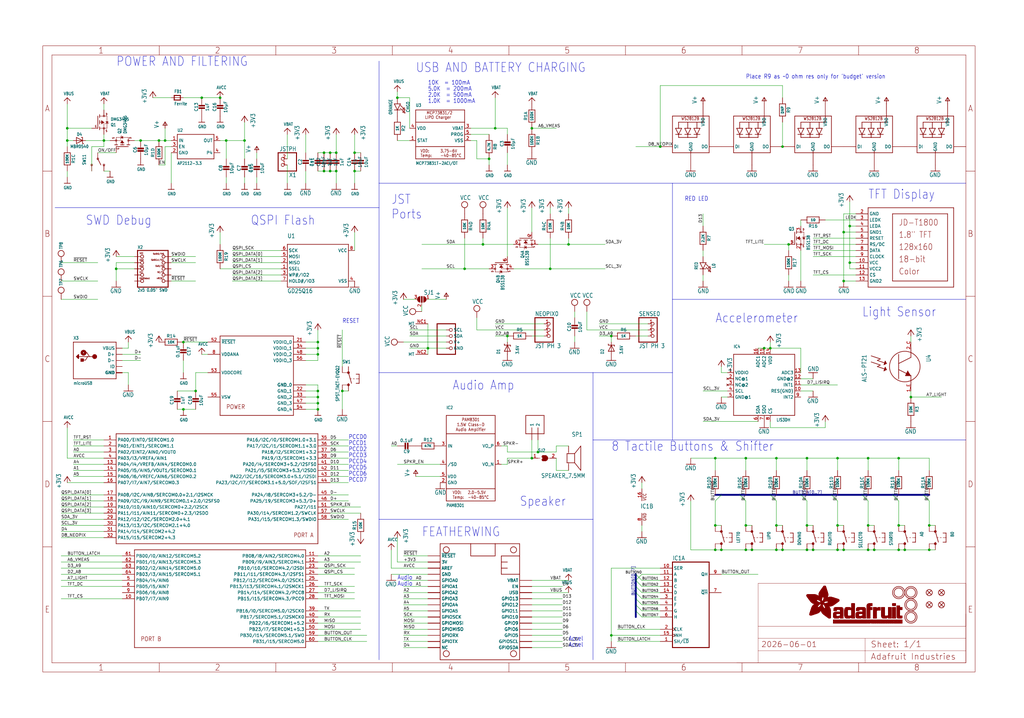
<source format=kicad_sch>
(kicad_sch (version 20230121) (generator eeschema)
  (paper "User" 425.45 298.602)
  (lib_symbols
    (symbol "working-eagle-import:74165TSSOP"
      (property "Reference" "IC" (at -0.635 -0.635 0))
      (symbol "74165TSSOP_1_0"
        (pin input line (at -12.7 -15.24 0) (length 5.08) (name "SH/~{LD}") (number "1"))
        (pin input line (at -12.7 15.24 0) (length 5.08) (name "SER") (number "10"))
        (pin input line (at -12.7 12.7 0) (length 5.08) (name "A") (number "11"))
        (pin input line (at -12.7 10.16 0) (length 5.08) (name "B") (number "12"))
        (pin input line (at -12.7 7.62 0) (length 5.08) (name "C") (number "13"))
        (pin input line (at -12.7 5.08 0) (length 5.08) (name "D") (number "14"))
        (pin input clock (at -12.7 -12.7 0) (length 5.08) (name "INH") (number "15"))
        (pin input clock (at -12.7 -10.16 0) (length 5.08) (name "CLK") (number "2"))
        (pin input line (at -12.7 2.54 0) (length 5.08) (name "E") (number "3"))
        (pin input line (at -12.7 0 0) (length 5.08) (name "F") (number "4"))
        (pin input line (at -12.7 -2.54 0) (length 5.08) (name "G") (number "5"))
        (pin input line (at -12.7 -5.08 0) (length 5.08) (name "H") (number "6"))
        (pin output line (at 12.7 5.08 180) (length 5.08) (name "~{QH}") (number "7"))
        (pin output line (at 12.7 12.7 180) (length 5.08) (name "QH") (number "9"))
      )
      (symbol "74165TSSOP_2_0"
        (text "GND" (at 1.905 -5.842 900) (effects (font (size 1.27 1.0795)) (justify left bottom)))
        (text "VCC" (at 1.905 2.54 900) (effects (font (size 1.27 1.0795)) (justify left bottom)))
        (pin power_in line (at 0 7.62 270) (length 5.08) (name "VCC") (number "16"))
        (pin power_in line (at 0 -7.62 90) (length 5.08) (name "GND") (number "8"))
      )
    )
    (symbol "working-eagle-import:ACCEL_LIS3DHTR"
      (property "Reference" "U" (at -12.7 15.24 0))
      (symbol "ACCEL_LIS3DHTR_1_0"
        (pin power_in line (at -15.24 5.08 0) (length 2.54) (name "VDDIO") (number "1"))
        (pin bidirectional line (at 15.24 -2.54 180) (length 2.54) (name "RES(GND)") (number "10"))
        (pin output line (at 15.24 0 180) (length 2.54) (name "INT1") (number "11"))
        (pin power_in line (at 15.24 2.54 180) (length 2.54) (name "GND@2") (number "12"))
        (pin input line (at 15.24 5.08 180) (length 2.54) (name "ADC3") (number "13"))
        (pin power_in line (at 2.54 15.24 270) (length 2.54) (name "VDD") (number "14"))
        (pin input line (at 0 15.24 270) (length 2.54) (name "ADC2") (number "15"))
        (pin input line (at -2.54 15.24 270) (length 2.54) (name "ADC1") (number "16"))
        (pin no_connect line (at -15.24 2.54 0) (length 2.54) (name "NC@1") (number "2"))
        (pin no_connect line (at -15.24 0 0) (length 2.54) (name "NC@2") (number "3"))
        (pin bidirectional line (at -15.24 -2.54 0) (length 2.54) (name "SCL") (number "4"))
        (pin power_in line (at -15.24 -5.08 0) (length 2.54) (name "GND@1") (number "5"))
        (pin bidirectional line (at -2.54 -15.24 90) (length 2.54) (name "SDA") (number "6"))
        (pin bidirectional line (at 0 -15.24 90) (length 2.54) (name "SDO") (number "7"))
        (pin input line (at 2.54 -15.24 90) (length 2.54) (name "CS") (number "8"))
        (pin output line (at 15.24 -5.08 180) (length 2.54) (name "INT2") (number "9"))
      )
    )
    (symbol "working-eagle-import:ATSAMD51J"
      (symbol "ATSAMD51J_1_0"
        (text "PORT A" (at 48.26 -22.86 0) (effects (font (size 1.778 1.5113)) (justify left bottom)))
        (pin bidirectional line (at -30.48 17.78 0) (length 5.08) (name "PA00/EINT0/SERCOM1.0") (number "1"))
        (pin bidirectional line (at -30.48 7.62 0) (length 5.08) (name "PA04/I4/VREFB/AIN4/SERCOM0.0") (number "13"))
        (pin bidirectional line (at -30.48 5.08 0) (length 5.08) (name "PA05/I5/AIN5/VOUT1/SERCOM0.1") (number "14"))
        (pin bidirectional line (at -30.48 2.54 0) (length 5.08) (name "PA06/I6/VREFC/AIN6/SERCOM0.2") (number "15"))
        (pin bidirectional line (at -30.48 0 0) (length 5.08) (name "PA07/I7/AIN7/SERCOM0.3") (number "16"))
        (pin bidirectional line (at -30.48 -5.08 0) (length 5.08) (name "PA08/I2C/AIN8/SERCOM0.0+2.1/I2SMCK") (number "17"))
        (pin bidirectional line (at -30.48 -7.62 0) (length 5.08) (name "PA09/I2C/I9/AIN9/SERCOM0.1+2.0/I2SFS0") (number "18"))
        (pin bidirectional line (at -30.48 -10.16 0) (length 5.08) (name "PA10/I10/AIN10/SERCOM0+2.2/I2SCK") (number "19"))
        (pin bidirectional line (at -30.48 15.24 0) (length 5.08) (name "PA01/EINT1/SERCOM1.1") (number "2"))
        (pin bidirectional line (at -30.48 -12.7 0) (length 5.08) (name "PA11/I11/AIN11/SERCOM0+2.3/I2SDO") (number "20"))
        (pin bidirectional line (at -30.48 -15.24 0) (length 5.08) (name "PA12/I12/I2C/SERCOM2.0+4.1") (number "29"))
        (pin bidirectional line (at -30.48 12.7 0) (length 5.08) (name "PA02/EINT2/AIN0/VOUT0") (number "3"))
        (pin bidirectional line (at -30.48 -17.78 0) (length 5.08) (name "PA13/I13/I2C/SERCOM2.1+4.0") (number "30"))
        (pin bidirectional line (at -30.48 -20.32 0) (length 5.08) (name "PA14/I14/SERCOM2+4.2") (number "31"))
        (pin bidirectional line (at -30.48 -22.86 0) (length 5.08) (name "PA15/I15/SERCOM2+4.3") (number "32"))
        (pin bidirectional line (at 63.5 17.78 180) (length 5.08) (name "PA16/I2C/I0/SERCOM1.0+3.1") (number "35"))
        (pin bidirectional line (at 63.5 15.24 180) (length 5.08) (name "PA17/I2C/I1/SERCOM1.1+3.0") (number "36"))
        (pin bidirectional line (at 63.5 12.7 180) (length 5.08) (name "PA18/I2/SERCOM1+3.2") (number "37"))
        (pin bidirectional line (at 63.5 10.16 180) (length 5.08) (name "PA19/I3/SERCOM1+3.3") (number "38"))
        (pin bidirectional line (at -30.48 10.16 0) (length 5.08) (name "PA03/I3/VREFA/AIN1") (number "4"))
        (pin bidirectional line (at 63.5 7.62 180) (length 5.08) (name "PA20/I4/SERCOM3+5.2/I2SFS0") (number "41"))
        (pin bidirectional line (at 63.5 5.08 180) (length 5.08) (name "PA21/I5/SERCOM3+5.3/I2SDO") (number "42"))
        (pin bidirectional line (at 63.5 2.54 180) (length 5.08) (name "PA22/I2C/16/SERCOM3.0+5.1/I2SDI") (number "43"))
        (pin bidirectional line (at 63.5 0 180) (length 5.08) (name "PA23/I2C/I7/SERCOM3.1+5.0/SOF/I2SFS1") (number "44"))
        (pin bidirectional line (at 63.5 -5.08 180) (length 5.08) (name "PA24/I8/SERCOM3+5.2/D-") (number "45"))
        (pin bidirectional line (at 63.5 -7.62 180) (length 5.08) (name "PA25/19/SERCOM3+5.3/D+") (number "46"))
        (pin bidirectional line (at 63.5 -10.16 180) (length 5.08) (name "PA27/I11") (number "51"))
        (pin bidirectional line (at 63.5 -12.7 180) (length 5.08) (name "PA30/I14/SERCOM1.2/SWCLK") (number "57"))
        (pin bidirectional line (at 63.5 -15.24 180) (length 5.08) (name "PA31/I15/SERCOM1.3/SWDIO") (number "58"))
      )
      (symbol "ATSAMD51J_2_0"
        (text "PORT B" (at -35.56 -22.86 0) (effects (font (size 1.778 1.5113)) (justify left bottom)))
        (pin bidirectional line (at -43.18 -5.08 0) (length 5.08) (name "PB07/I7/AIN9") (number "10"))
        (pin bidirectional line (at 38.1 12.7 180) (length 5.08) (name "PB08/I8/AIN2/SERCOM4.0") (number "11"))
        (pin bidirectional line (at 38.1 10.16 180) (length 5.08) (name "PB09/I9/AIN3/SERCOM4.1") (number "12"))
        (pin bidirectional line (at 38.1 7.62 180) (length 5.08) (name "PB10/I10/SERCOM4.2/I2SDI") (number "23"))
        (pin bidirectional line (at 38.1 5.08 180) (length 5.08) (name "PB11/I11/SERCOM4.3/I2SFS1") (number "24"))
        (pin bidirectional line (at 38.1 2.54 180) (length 5.08) (name "PB12/I12/SERCOM4.0/I2SCK1") (number "25"))
        (pin bidirectional line (at 38.1 0 180) (length 5.08) (name "PB13/I13/SERCOM4.1/I2SMCK1") (number "26"))
        (pin bidirectional line (at 38.1 -2.54 180) (length 5.08) (name "PB14/I14/SERCOM4.2/PCC8") (number "27"))
        (pin bidirectional line (at 38.1 -5.08 180) (length 5.08) (name "PB15/I15/SERCOM4.3/PCC9") (number "28"))
        (pin bidirectional line (at 38.1 -10.16 180) (length 5.08) (name "PB16/I0/SERCOM5.0/I2SCK0") (number "39"))
        (pin bidirectional line (at 38.1 -12.7 180) (length 5.08) (name "PB17/SERCOM5.1/I2SMCK0") (number "40"))
        (pin bidirectional line (at 38.1 -15.24 180) (length 5.08) (name "PB22/I6/SERCOM1+5.2") (number "49"))
        (pin bidirectional line (at -43.18 2.54 0) (length 5.08) (name "PB04/I4/AIN6") (number "5"))
        (pin bidirectional line (at 38.1 -17.78 180) (length 5.08) (name "PB23/I7/SERCOM1+5.3") (number "50"))
        (pin bidirectional line (at 38.1 -20.32 180) (length 5.08) (name "PB30/I14/SERCOM5.1/SWO") (number "59"))
        (pin bidirectional line (at -43.18 0 0) (length 5.08) (name "PB05/I5/AIN7") (number "6"))
        (pin bidirectional line (at 38.1 -22.86 180) (length 5.08) (name "PB31/I15/SERCOM5.0") (number "60"))
        (pin bidirectional line (at -43.18 12.7 0) (length 5.08) (name "PB00/I0/AIN12/SERCOM5.2") (number "61"))
        (pin bidirectional line (at -43.18 10.16 0) (length 5.08) (name "PB01/I1/AIN13/SERCOM5.3") (number "62"))
        (pin bidirectional line (at -43.18 7.62 0) (length 5.08) (name "PB02/I2/AIN14/SERCOM5.0") (number "63"))
        (pin bidirectional line (at -43.18 5.08 0) (length 5.08) (name "PB03/I3/AIN15/SERCOM5.1") (number "64"))
        (pin bidirectional line (at -43.18 -2.54 0) (length 5.08) (name "PB06/I6/AIN8") (number "9"))
      )
      (symbol "ATSAMD51J_3_0"
        (text "POWER" (at -12.7 -12.7 0) (effects (font (size 1.778 1.5113)) (justify left bottom)))
        (pin bidirectional line (at 20.32 15.24 180) (length 5.08) (name "VDDIO_0") (number "21"))
        (pin bidirectional line (at 20.32 -5.08 180) (length 5.08) (name "GND_1") (number "22"))
        (pin bidirectional line (at 20.32 -7.62 180) (length 5.08) (name "GND_2") (number "33"))
        (pin bidirectional line (at 20.32 12.7 180) (length 5.08) (name "VDDIO_1") (number "34"))
        (pin bidirectional line (at 20.32 -10.16 180) (length 5.08) (name "GND_3") (number "47"))
        (pin bidirectional line (at 20.32 10.16 180) (length 5.08) (name "VDDIO_2") (number "48"))
        (pin bidirectional line (at -20.32 15.24 0) (length 5.08) (name "~{RESET}") (number "52"))
        (pin bidirectional line (at -20.32 2.54 0) (length 5.08) (name "VDDCORE") (number "53"))
        (pin bidirectional line (at 20.32 -12.7 180) (length 5.08) (name "GND_4") (number "54"))
        (pin bidirectional line (at -20.32 -7.62 0) (length 5.08) (name "VSW") (number "55"))
        (pin bidirectional line (at 20.32 7.62 180) (length 5.08) (name "VDDIO_3") (number "56"))
        (pin bidirectional line (at 20.32 -2.54 180) (length 5.08) (name "GND_0") (number "7"))
        (pin bidirectional line (at -20.32 10.16 0) (length 5.08) (name "VDDANA") (number "8"))
        (pin bidirectional line (at 20.32 -2.54 180) (length 5.08) (name "GND_0") (number "EXP"))
      )
    )
    (symbol "working-eagle-import:AVCC" (power)
      (property "Value" "AVCC" (at -1.524 1.016 0))
      (symbol "AVCC_1_0"
        (pin power_in line (at 0 -2.54 90) (length 2.54) (name "AVCC") (number "1"))
      )
    )
    (symbol "working-eagle-import:CAP_CERAMIC0603_NO"
      (property "Reference" "C" (at -2.29 1.25 90))
      (symbol "CAP_CERAMIC0603_NO_1_0"
        (pin passive line (at 0 5.08 270) (length 2.54) (name "1") (number "1"))
        (pin passive line (at 0 -2.54 90) (length 2.54) (name "2") (number "2"))
      )
    )
    (symbol "working-eagle-import:CAP_CERAMIC0805-NOOUTLINE"
      (property "Reference" "C" (at -2.29 1.25 90))
      (symbol "CAP_CERAMIC0805-NOOUTLINE_1_0"
        (pin passive line (at 0 5.08 270) (length 2.54) (name "1") (number "1"))
        (pin passive line (at 0 -2.54 90) (length 2.54) (name "2") (number "2"))
      )
    )
    (symbol "working-eagle-import:CAP_CERAMIC_0805MP"
      (property "Reference" "C" (at -2.29 1.25 90))
      (symbol "CAP_CERAMIC_0805MP_1_0"
        (pin passive line (at 0 5.08 270) (length 2.54) (name "1") (number "1"))
        (pin passive line (at 0 -2.54 90) (length 2.54) (name "2") (number "2"))
      )
    )
    (symbol "working-eagle-import:CON_JST_PH_2PIN"
      (property "Reference" "X" (at -6.35 5.715 0))
      (symbol "CON_JST_PH_2PIN_1_0"
        (pin passive inverted (at -2.54 2.54 0) (length 2.54) (name "1") (number "1"))
        (pin passive inverted (at -2.54 0 0) (length 2.54) (name "2") (number "2"))
      )
    )
    (symbol "working-eagle-import:CON_JST_PH_3PIN"
      (property "Reference" "X" (at -6.35 5.715 0))
      (symbol "CON_JST_PH_3PIN_1_0"
        (pin passive inverted (at -2.54 2.54 0) (length 2.54) (name "1") (number "1"))
        (pin passive inverted (at -2.54 0 0) (length 2.54) (name "2") (number "2"))
        (pin passive inverted (at -2.54 -2.54 0) (length 2.54) (name "3") (number "3"))
      )
    )
    (symbol "working-eagle-import:CON_MOLEX_2P"
      (symbol "CON_MOLEX_2P_1_0"
        (pin passive line (at -5.08 2.54 0) (length 5.08) (name "1") (number "1"))
        (pin passive line (at -5.08 0 0) (length 5.08) (name "2") (number "2"))
      )
      (symbol "CON_MOLEX_2P_2_0"
        (pin bidirectional line (at 0 0 0) (length 5.08) (name "MT") (number "M1"))
      )
      (symbol "CON_MOLEX_2P_3_0"
        (pin bidirectional line (at 0 0 0) (length 5.08) (name "MT") (number "M2"))
      )
    )
    (symbol "working-eagle-import:DIODE-SCHOTTKYSOD-123"
      (property "Reference" "D" (at 0 2.54 0))
      (symbol "DIODE-SCHOTTKYSOD-123_1_0"
        (pin passive line (at -2.54 0 0) (length 2.54) (name "A") (number "A"))
        (pin passive line (at 2.54 0 180) (length 2.54) (name "C") (number "C"))
      )
    )
    (symbol "working-eagle-import:DIODE-ZENERSOD323"
      (property "Reference" "D" (at -2.54 3.0226 0))
      (symbol "DIODE-ZENERSOD323_1_0"
        (pin passive line (at -2.54 0 0) (length 2.54) (name "A") (number "A"))
        (pin passive line (at 2.54 0 180) (length 2.54) (name "C") (number "C"))
      )
    )
    (symbol "working-eagle-import:DISP_LCD_JDT1800"
      (symbol "DISP_LCD_JDT1800_1_0"
        (text "1.8\" TFT" (at -5.08 5.08 0) (effects (font (size 2.54 2.159)) (justify left bottom)))
        (text "128x160" (at -5.08 0 0) (effects (font (size 2.54 2.159)) (justify left bottom)))
        (text "18-bit" (at -5.08 -5.08 0) (effects (font (size 2.54 2.159)) (justify left bottom)))
        (text "Color" (at -5.08 -10.16 0) (effects (font (size 2.54 2.159)) (justify left bottom)))
        (text "JD-T1800" (at -5.08 10.16 0) (effects (font (size 2.54 2.159)) (justify left bottom)))
        (pin power_in line (at -22.86 -5.08 0) (length 5.08) (name "VCC") (number "10"))
        (pin power_in line (at -22.86 -7.62 0) (length 5.08) (name "VCC2") (number "11"))
        (pin input line (at -22.86 -10.16 0) (length 5.08) (name "CS") (number "12"))
        (pin power_in line (at -22.86 -12.7 0) (length 5.08) (name "GND2") (number "13"))
        (pin power_in line (at -22.86 15.24 0) (length 5.08) (name "GND") (number "2"))
        (pin input line (at -22.86 12.7 0) (length 5.08) (name "LEDK") (number "3"))
        (pin input line (at -22.86 10.16 0) (length 5.08) (name "LEDA") (number "4"))
        (pin power_in line (at -22.86 7.62 0) (length 5.08) (name "GND1") (number "5"))
        (pin input line (at -22.86 5.08 0) (length 5.08) (name "RESET") (number "6"))
        (pin input line (at -22.86 2.54 0) (length 5.08) (name "RS/DC") (number "7"))
        (pin bidirectional line (at -22.86 0 0) (length 5.08) (name "DATA") (number "8"))
        (pin input line (at -22.86 -2.54 0) (length 5.08) (name "CLOCK") (number "9"))
      )
    )
    (symbol "working-eagle-import:FEATHERWING_SMTDUALNOHOLES"
      (symbol "FEATHERWING_SMTDUALNOHOLES_1_0"
        (pin input line (at 5.08 -5.08 90) (length 5.08) (name "~{RESET}") (number "1"))
        (pin bidirectional line (at 27.94 -5.08 90) (length 5.08) (name "GPIOA5") (number "10"))
        (pin bidirectional line (at 27.94 -5.08 90) (length 5.08) (name "GPIOA5") (number "10B"))
        (pin bidirectional line (at 30.48 -5.08 90) (length 5.08) (name "GPIOSCK") (number "11"))
        (pin bidirectional line (at 30.48 -5.08 90) (length 5.08) (name "GPIOSCK") (number "11B"))
        (pin bidirectional line (at 33.02 -5.08 90) (length 5.08) (name "GPIOMOSI") (number "12"))
        (pin bidirectional line (at 33.02 -5.08 90) (length 5.08) (name "GPIOMOSI") (number "12B"))
        (pin bidirectional line (at 35.56 -5.08 90) (length 5.08) (name "GPIOMISO") (number "13"))
        (pin bidirectional line (at 35.56 -5.08 90) (length 5.08) (name "GPIOMISO") (number "13B"))
        (pin bidirectional line (at 38.1 -5.08 90) (length 5.08) (name "GPIORX") (number "14"))
        (pin bidirectional line (at 38.1 -5.08 90) (length 5.08) (name "GPIORX") (number "14B"))
        (pin bidirectional line (at 40.64 -5.08 90) (length 5.08) (name "GPIOTX") (number "15"))
        (pin bidirectional line (at 40.64 -5.08 90) (length 5.08) (name "GPIOTX") (number "15B"))
        (pin passive line (at 43.18 -5.08 90) (length 5.08) (name "NC") (number "16"))
        (pin passive line (at 43.18 -5.08 90) (length 5.08) (name "NC") (number "16B"))
        (pin bidirectional line (at 43.18 38.1 270) (length 5.08) (name "GPIOSDA") (number "17"))
        (pin bidirectional line (at 43.18 38.1 270) (length 5.08) (name "GPIOSDA") (number "17B"))
        (pin bidirectional line (at 40.64 38.1 270) (length 5.08) (name "GPIOSCL") (number "18"))
        (pin bidirectional line (at 40.64 38.1 270) (length 5.08) (name "GPIOSCL") (number "18B"))
        (pin bidirectional line (at 38.1 38.1 270) (length 5.08) (name "GPIO5") (number "19"))
        (pin bidirectional line (at 38.1 38.1 270) (length 5.08) (name "GPIO5") (number "19B"))
        (pin input line (at 5.08 -5.08 90) (length 5.08) (name "~{RESET}") (number "1B"))
        (pin power_in line (at 7.62 -5.08 90) (length 5.08) (name "3V") (number "2"))
        (pin bidirectional line (at 35.56 38.1 270) (length 5.08) (name "GPIO6") (number "20"))
        (pin bidirectional line (at 35.56 38.1 270) (length 5.08) (name "GPIO6") (number "20B"))
        (pin bidirectional line (at 33.02 38.1 270) (length 5.08) (name "GPIO9") (number "21"))
        (pin bidirectional line (at 33.02 38.1 270) (length 5.08) (name "GPIO9") (number "21B"))
        (pin bidirectional line (at 30.48 38.1 270) (length 5.08) (name "GPIO10") (number "22"))
        (pin bidirectional line (at 30.48 38.1 270) (length 5.08) (name "GPIO10") (number "22B"))
        (pin bidirectional line (at 27.94 38.1 270) (length 5.08) (name "GPIO11") (number "23"))
        (pin bidirectional line (at 27.94 38.1 270) (length 5.08) (name "GPIO11") (number "23B"))
        (pin bidirectional line (at 25.4 38.1 270) (length 5.08) (name "GPIO12") (number "24"))
        (pin bidirectional line (at 25.4 38.1 270) (length 5.08) (name "GPIO12") (number "24B"))
        (pin bidirectional line (at 22.86 38.1 270) (length 5.08) (name "GPIO13") (number "25"))
        (pin bidirectional line (at 22.86 38.1 270) (length 5.08) (name "GPIO13") (number "25B"))
        (pin power_in line (at 20.32 38.1 270) (length 5.08) (name "USB") (number "26"))
        (pin power_in line (at 20.32 38.1 270) (length 5.08) (name "USB") (number "26B"))
        (pin passive line (at 17.78 38.1 270) (length 5.08) (name "EN") (number "27"))
        (pin passive line (at 17.78 38.1 270) (length 5.08) (name "EN") (number "27B"))
        (pin power_in line (at 15.24 38.1 270) (length 5.08) (name "VBAT") (number "28"))
        (pin power_in line (at 15.24 38.1 270) (length 5.08) (name "VBAT") (number "28B"))
        (pin power_in line (at 7.62 -5.08 90) (length 5.08) (name "3V") (number "2B"))
        (pin passive line (at 10.16 -5.08 90) (length 5.08) (name "AREF") (number "3"))
        (pin passive line (at 10.16 -5.08 90) (length 5.08) (name "AREF") (number "3B"))
        (pin power_in line (at 12.7 -5.08 90) (length 5.08) (name "GND") (number "4"))
        (pin power_in line (at 12.7 -5.08 90) (length 5.08) (name "GND") (number "4B"))
        (pin bidirectional line (at 15.24 -5.08 90) (length 5.08) (name "GPIOA0") (number "5"))
        (pin bidirectional line (at 15.24 -5.08 90) (length 5.08) (name "GPIOA0") (number "5B"))
        (pin bidirectional line (at 17.78 -5.08 90) (length 5.08) (name "GPIOA1") (number "6"))
        (pin bidirectional line (at 17.78 -5.08 90) (length 5.08) (name "GPIOA1") (number "6B"))
        (pin bidirectional line (at 20.32 -5.08 90) (length 5.08) (name "GPIOA2") (number "7"))
        (pin bidirectional line (at 20.32 -5.08 90) (length 5.08) (name "GPIOA2") (number "7B"))
        (pin bidirectional line (at 22.86 -5.08 90) (length 5.08) (name "GPIOA3") (number "8"))
        (pin bidirectional line (at 22.86 -5.08 90) (length 5.08) (name "GPIOA3") (number "8B"))
        (pin bidirectional line (at 25.4 -5.08 90) (length 5.08) (name "GPIOA4") (number "9"))
        (pin bidirectional line (at 25.4 -5.08 90) (length 5.08) (name "GPIOA4") (number "9B"))
      )
    )
    (symbol "working-eagle-import:FERRITE-0805NO"
      (property "Reference" "FB" (at -1.27 1.905 0))
      (symbol "FERRITE-0805NO_1_0"
        (pin passive line (at -2.54 0 0) (length 2.54) (name "P$1") (number "1"))
        (pin passive line (at 2.54 0 180) (length 2.54) (name "P$2") (number "2"))
      )
    )
    (symbol "working-eagle-import:FIDUCIAL_1MM")
    (symbol "working-eagle-import:FRAME_A3_ADAFRUIT"
      (symbol "FRAME_A3_ADAFRUIT_1_0"
        (text "${#}/${##}" (at 357.505 10.16 0) (effects (font (size 2.54 2.54)) (justify left bottom)))
        (text "${CURRENT_DATE}" (at 298.45 10.16 0) (effects (font (size 2.286 2.286)) (justify left bottom)))
        (text "${PROJECTNAME}" (at 298.45 15.24 0) (effects (font (size 2.54 2.54)) (justify left bottom)))
        (text "1" (at 24.2094 1.905 0) (effects (font (size 2.54 2.286))))
        (text "1" (at 24.2094 258.445 0) (effects (font (size 2.54 2.286))))
        (text "2" (at 72.6281 1.905 0) (effects (font (size 2.54 2.286))))
        (text "2" (at 72.6281 258.445 0) (effects (font (size 2.54 2.286))))
        (text "3" (at 121.0469 1.905 0) (effects (font (size 2.54 2.286))))
        (text "3" (at 121.0469 258.445 0) (effects (font (size 2.54 2.286))))
        (text "4" (at 169.4656 1.905 0) (effects (font (size 2.54 2.286))))
        (text "4" (at 169.4656 258.445 0) (effects (font (size 2.54 2.286))))
        (text "5" (at 217.8844 1.905 0) (effects (font (size 2.54 2.286))))
        (text "5" (at 217.8844 258.445 0) (effects (font (size 2.54 2.286))))
        (text "6" (at 266.3031 1.905 0) (effects (font (size 2.54 2.286))))
        (text "6" (at 266.3031 258.445 0) (effects (font (size 2.54 2.286))))
        (text "7" (at 314.7219 1.905 0) (effects (font (size 2.54 2.286))))
        (text "7" (at 314.7219 258.445 0) (effects (font (size 2.54 2.286))))
        (text "8" (at 363.1406 1.905 0) (effects (font (size 2.54 2.286))))
        (text "8" (at 363.1406 258.445 0) (effects (font (size 2.54 2.286))))
        (text "A" (at 1.905 234.315 0) (effects (font (size 2.54 2.286))))
        (text "A" (at 385.445 234.315 0) (effects (font (size 2.54 2.286))))
        (text "Adafruit Industries" (at 343.916 4.953 0) (effects (font (size 2.54 2.54)) (justify left bottom)))
        (text "B" (at 1.905 182.245 0) (effects (font (size 2.54 2.286))))
        (text "B" (at 385.445 182.245 0) (effects (font (size 2.54 2.286))))
        (text "C" (at 1.905 130.175 0) (effects (font (size 2.54 2.286))))
        (text "C" (at 385.445 130.175 0) (effects (font (size 2.54 2.286))))
        (text "D" (at 1.905 78.105 0) (effects (font (size 2.54 2.286))))
        (text "D" (at 385.445 78.105 0) (effects (font (size 2.54 2.286))))
        (text "E" (at 1.905 26.035 0) (effects (font (size 2.54 2.286))))
        (text "E" (at 385.445 26.035 0) (effects (font (size 2.54 2.286))))
        (text "Sheet:" (at 343.916 10.033 0) (effects (font (size 2.54 2.54)) (justify left bottom)))
      )
    )
    (symbol "working-eagle-import:GND" (power)
      (property "Value" "GND" (at -1.524 -2.54 0))
      (symbol "GND_1_0"
        (pin power_in line (at 0 2.54 270) (length 2.54) (name "GND") (number "1"))
      )
    )
    (symbol "working-eagle-import:JTAG-CORTEXBOXPOSTS"
      (property "Reference" "X" (at -6.35 8.255 0))
      (symbol "JTAG-CORTEXBOXPOSTS_1_0"
        (text "GND" (at -5.588 0.762 0) (effects (font (size 0.635 0.5397)) (justify left bottom)))
        (text "GND" (at -5.588 3.302 0) (effects (font (size 0.635 0.5397)) (justify left bottom)))
        (text "GNDDetect" (at -5.588 -4.318 0) (effects (font (size 0.635 0.5397)) (justify left bottom)))
        (text "KEY" (at -5.588 -1.778 0) (effects (font (size 0.635 0.5397)) (justify left bottom)))
        (text "NC/TDI" (at 1.778 -1.778 0) (effects (font (size 0.635 0.5397)) (justify left bottom)))
        (text "nRESET" (at 1.524 -4.318 0) (effects (font (size 0.635 0.5397)) (justify left bottom)))
        (text "SWDCLK/TCK" (at -0.762 3.302 0) (effects (font (size 0.635 0.5397)) (justify left bottom)))
        (text "SWDIO/TMS" (at 0 5.842 0) (effects (font (size 0.635 0.5397)) (justify left bottom)))
        (text "SWO/TDO" (at 1.016 0.762 0) (effects (font (size 0.635 0.5397)) (justify left bottom)))
        (text "VCC" (at -5.588 6.096 0) (effects (font (size 0.635 0.5397)) (justify left bottom)))
        (pin power_in line (at -7.62 5.08 0) (length 2.54) (name "VCC") (number "1"))
        (pin bidirectional line (at 7.62 -5.08 180) (length 2.54) (name "NRESET") (number "10"))
        (pin bidirectional line (at 7.62 5.08 180) (length 2.54) (name "SWDIO") (number "2"))
        (pin power_in line (at -7.62 2.54 0) (length 2.54) (name "GND@1") (number "3"))
        (pin bidirectional line (at 7.62 2.54 180) (length 2.54) (name "SWDCLK") (number "4"))
        (pin power_in line (at -7.62 0 0) (length 2.54) (name "GND@2") (number "5"))
        (pin bidirectional line (at 7.62 0 180) (length 2.54) (name "SWO") (number "6"))
        (pin bidirectional line (at -7.62 -2.54 0) (length 2.54) (name "KEY") (number "7"))
        (pin bidirectional line (at 7.62 -2.54 180) (length 2.54) (name "TDI") (number "8"))
        (pin bidirectional line (at -7.62 -5.08 0) (length 2.54) (name "GNDDETECT") (number "9"))
      )
    )
    (symbol "working-eagle-import:LED0805_NOOUTLINE"
      (property "Reference" "D" (at -1.27 4.445 0))
      (symbol "LED0805_NOOUTLINE_1_0"
        (pin passive line (at -5.08 0 0) (length 2.54) (name "A") (number "A"))
        (pin passive line (at 2.54 0 180) (length 2.54) (name "C") (number "C"))
      )
    )
    (symbol "working-eagle-import:MCP73831/2"
      (property "Reference" "U" (at -10.16 11.43 0))
      (symbol "MCP73831/2_1_0"
        (text "-40-85°C" (at 0 -9.525 0) (effects (font (size 1.27 1.0795)) (justify left bottom)))
        (text "3.75-6V" (at 0 -7.62 0) (effects (font (size 1.27 1.0795)) (justify left bottom)))
        (text "LIPO Charger" (at -6.35 6.35 0) (effects (font (size 1.27 1.0795)) (justify left bottom)))
        (text "MCP73831/2" (at -5.715 8.255 0) (effects (font (size 1.27 1.0795)) (justify left bottom)))
        (text "Temp:" (at -8.255 -9.525 0) (effects (font (size 1.27 1.0795)) (justify left bottom)))
        (text "VDD:" (at -8.255 -7.62 0) (effects (font (size 1.27 1.0795)) (justify left bottom)))
        (pin output line (at -12.7 -2.54 0) (length 2.54) (name "STAT") (number "1"))
        (pin power_in line (at 12.7 -2.54 180) (length 2.54) (name "VSS") (number "2"))
        (pin power_in line (at 12.7 2.54 180) (length 2.54) (name "VBAT") (number "3"))
        (pin power_in line (at -12.7 2.54 0) (length 2.54) (name "VDD") (number "4"))
        (pin input line (at 12.7 0 180) (length 2.54) (name "PROG") (number "5"))
      )
    )
    (symbol "working-eagle-import:MOSFET-NWIDE"
      (property "Reference" "Q" (at 5.08 0.635 0))
      (symbol "MOSFET-NWIDE_1_0"
        (text "D" (at 3.175 3.175 0) (effects (font (size 0.8128 0.6908)) (justify left bottom)))
        (text "G" (at -1.27 -1.905 0) (effects (font (size 0.8128 0.6908)) (justify left bottom)))
        (text "S" (at 3.175 -3.81 0) (effects (font (size 0.8128 0.6908)) (justify left bottom)))
        (pin bidirectional line (at -2.54 -2.54 0) (length 2.54) (name "G") (number "1"))
        (pin bidirectional line (at 2.54 -5.08 90) (length 2.54) (name "S") (number "2"))
        (pin bidirectional line (at 2.54 5.08 270) (length 2.54) (name "D") (number "3"))
      )
    )
    (symbol "working-eagle-import:MOSFET-N_DUAL"
      (property "Reference" "Q" (at 5.08 0.635 0))
      (symbol "MOSFET-N_DUAL_1_0"
        (text "D" (at 3.175 3.175 0) (effects (font (size 0.8128 0.6908)) (justify left bottom)))
        (text "G" (at -1.27 -1.905 0) (effects (font (size 0.8128 0.6908)) (justify left bottom)))
        (text "S" (at 3.175 -3.81 0) (effects (font (size 0.8128 0.6908)) (justify left bottom)))
        (pin bidirectional line (at 2.54 -5.08 90) (length 2.54) (name "S") (number "1"))
        (pin bidirectional line (at -2.54 -2.54 0) (length 2.54) (name "G") (number "2"))
        (pin bidirectional line (at 2.54 5.08 270) (length 2.54) (name "D") (number "6"))
      )
      (symbol "MOSFET-N_DUAL_2_0"
        (text "D" (at 3.175 3.175 0) (effects (font (size 0.8128 0.6908)) (justify left bottom)))
        (text "G" (at -1.27 -1.905 0) (effects (font (size 0.8128 0.6908)) (justify left bottom)))
        (text "S" (at 3.175 -3.81 0) (effects (font (size 0.8128 0.6908)) (justify left bottom)))
        (pin bidirectional line (at 2.54 5.08 270) (length 2.54) (name "D") (number "3"))
        (pin bidirectional line (at 2.54 -5.08 90) (length 2.54) (name "S") (number "4"))
        (pin bidirectional line (at -2.54 -2.54 0) (length 2.54) (name "G") (number "5"))
      )
    )
    (symbol "working-eagle-import:MOSFET-P"
      (property "Reference" "Q" (at 2.794 0.381 0))
      (symbol "MOSFET-P_1_0"
        (text "D" (at 0.635 -3.81 0) (effects (font (size 0.8128 0.6908)) (justify left bottom)))
        (text "G" (at -3.81 1.27 0) (effects (font (size 0.8128 0.6908)) (justify left bottom)))
        (text "S" (at 0.635 3.175 0) (effects (font (size 0.8128 0.6908)) (justify left bottom)))
        (pin passive line (at -5.08 2.54 0) (length 2.54) (name "G") (number "1"))
        (pin passive line (at 0 5.08 270) (length 2.54) (name "S") (number "2"))
        (pin passive line (at 0 -5.08 90) (length 2.54) (name "D") (number "3"))
      )
    )
    (symbol "working-eagle-import:MOUNTINGHOLE3.0THIN")
    (symbol "working-eagle-import:PAM8301"
      (property "Reference" "IC" (at -10.16 17.78 0))
      (symbol "PAM8301_1_0"
        (text "2.0-5.5V\n-40-85°C" (at -1.27 -17.78 0) (effects (font (size 1.27 1.0795)) (justify left)))
        (text "PAM8301\n1.5W Class-D\nAudio Amplifier" (at 0 11.43 0) (effects (font (size 1.27 1.0795))))
        (text "VDD:\nTemp:" (at -7.62 -17.78 0) (effects (font (size 1.27 1.0795)) (justify left)))
        (pin output line (at 12.7 -5.08 180) (length 2.54) (name "VO_N") (number "1"))
        (pin power_in line (at -12.7 -12.7 0) (length 2.54) (name "GND") (number "2"))
        (pin input line (at -12.7 2.54 0) (length 2.54) (name "IN") (number "3"))
        (pin input line (at -12.7 -5.08 0) (length 2.54) (name "/SD") (number "4"))
        (pin power_in line (at -12.7 -10.16 0) (length 2.54) (name "VDD") (number "5"))
        (pin output line (at 12.7 2.54 180) (length 2.54) (name "VO_P") (number "6"))
      )
    )
    (symbol "working-eagle-import:PHOTOTRANSISTOR_PT26-21C"
      (property "Reference" "U" (at 8.89 5.08 90))
      (symbol "PHOTOTRANSISTOR_PT26-21C_1_0"
        (pin bidirectional line (at 2.54 -10.16 90) (length 2.54) (name "E") (number "1_E"))
        (pin bidirectional line (at 2.54 10.16 270) (length 2.54) (name "C") (number "2_C"))
      )
    )
    (symbol "working-eagle-import:RESISTOR_0603_NOOUT"
      (property "Reference" "R" (at 0 2.54 0))
      (symbol "RESISTOR_0603_NOOUT_1_0"
        (pin passive line (at -5.08 0 0) (length 2.54) (name "1") (number "1"))
        (pin passive line (at 5.08 0 180) (length 2.54) (name "2") (number "2"))
      )
    )
    (symbol "working-eagle-import:RESISTOR_4PACK"
      (property "Reference" "R" (at 0 2.54 0))
      (symbol "RESISTOR_4PACK_1_0"
        (pin passive line (at -5.08 0 0) (length 2.54) (name "1") (number "1"))
        (pin passive line (at 5.08 0 180) (length 2.54) (name "2") (number "8"))
      )
      (symbol "RESISTOR_4PACK_2_0"
        (pin passive line (at -5.08 0 0) (length 2.54) (name "1") (number "2"))
        (pin passive line (at 5.08 0 180) (length 2.54) (name "2") (number "7"))
      )
      (symbol "RESISTOR_4PACK_3_0"
        (pin passive line (at -5.08 0 0) (length 2.54) (name "1") (number "3"))
        (pin passive line (at 5.08 0 180) (length 2.54) (name "2") (number "6"))
      )
      (symbol "RESISTOR_4PACK_4_0"
        (pin passive line (at -5.08 0 0) (length 2.54) (name "1") (number "4"))
        (pin passive line (at 5.08 0 180) (length 2.54) (name "2") (number "5"))
      )
    )
    (symbol "working-eagle-import:SOLDERJUMPERCLOSED"
      (property "Reference" "SJ" (at -2.54 2.54 0))
      (symbol "SOLDERJUMPERCLOSED_1_0"
        (pin passive line (at -5.08 0 0) (length 2.54) (name "1") (number "1"))
        (pin passive line (at 5.08 0 180) (length 2.54) (name "2") (number "2"))
      )
    )
    (symbol "working-eagle-import:SOLDERJUMPER_2WAY"
      (property "Reference" "SJ" (at -5.08 -3.81 0))
      (symbol "SOLDERJUMPER_2WAY_1_0"
        (pin passive line (at -2.54 0 0) (length 0) (name "1") (number "1"))
        (pin passive line (at 0 2.54 270) (length 0) (name "2") (number "2"))
        (pin passive line (at 2.54 0 180) (length 0) (name "3") (number "3"))
      )
    )
    (symbol "working-eagle-import:SPEAKER_7.5MM"
      (property "Reference" "SP" (at -3.81 6.35 0))
      (symbol "SPEAKER_7.5MM_1_0"
        (pin passive line (at -5.08 0 0) (length 2.54) (name "+") (number "+"))
        (pin passive line (at 5.08 0 180) (length 2.54) (name "-") (number "-"))
      )
    )
    (symbol "working-eagle-import:SPIFLASH_8PIN208MIL"
      (property "Reference" "U" (at -12.7 12.7 0))
      (symbol "SPIFLASH_8PIN208MIL_1_0"
        (pin bidirectional line (at -15.24 0 0) (length 2.54) (name "SSEL") (number "1"))
        (pin bidirectional line (at -15.24 2.54 0) (length 2.54) (name "MISO") (number "2"))
        (pin bidirectional line (at -15.24 -2.54 0) (length 2.54) (name "WP#/IO2") (number "3"))
        (pin bidirectional line (at 15.24 -5.08 180) (length 2.54) (name "VSS") (number "4"))
        (pin bidirectional line (at -15.24 5.08 0) (length 2.54) (name "MOSI") (number "5"))
        (pin bidirectional line (at -15.24 7.62 0) (length 2.54) (name "SCK") (number "6"))
        (pin bidirectional line (at -15.24 -5.08 0) (length 2.54) (name "HOLD#/IO3") (number "7"))
        (pin bidirectional line (at 15.24 7.62 180) (length 2.54) (name "VCC") (number "8"))
      )
    )
    (symbol "working-eagle-import:STEMMA_I2C_RASMT"
      (symbol "STEMMA_I2C_RASMT_1_0"
        (pin passive inverted (at 0 5.08 0) (length 2.54) (name "GND") (number "1"))
        (pin passive inverted (at 0 2.54 0) (length 2.54) (name "V+") (number "2"))
        (pin passive inverted (at 0 0 0) (length 2.54) (name "SDA") (number "3"))
        (pin passive inverted (at 0 -2.54 0) (length 2.54) (name "SCL") (number "4"))
      )
      (symbol "STEMMA_I2C_RASMT_2_0"
        (pin bidirectional line (at 0 0 0) (length 5.08) (name "MT") (number "NC1"))
      )
      (symbol "STEMMA_I2C_RASMT_3_0"
        (pin bidirectional line (at 0 0 0) (length 5.08) (name "MT") (number "NC2"))
      )
    )
    (symbol "working-eagle-import:SWITCH_SPDT"
      (property "Reference" "SW" (at -4.445 -6.35 0))
      (symbol "SWITCH_SPDT_1_0"
        (pin passive line (at 2.54 2.54 180) (length 2.54) (name "O") (number "A"))
        (pin passive line (at -5.08 0 0) (length 2.54) (name "P") (number "B"))
        (pin passive line (at 2.54 -2.54 180) (length 2.54) (name "S") (number "C"))
      )
    )
    (symbol "working-eagle-import:SWITCH_TACT_SMT_6MMSMALL"
      (property "Reference" "SW" (at -2.54 6.35 0))
      (symbol "SWITCH_TACT_SMT_6MMSMALL_1_0"
        (pin passive line (at -5.08 0 0) (length 2.54) (name "P") (number "A"))
        (pin passive line (at -5.08 -2.54 0) (length 2.54) (name "P1") (number "A'"))
        (pin passive line (at 5.08 0 180) (length 2.54) (name "S") (number "B"))
        (pin passive line (at 5.08 -2.54 180) (length 2.54) (name "S1") (number "B'"))
      )
    )
    (symbol "working-eagle-import:SWITCH_TACT_SMT_EVQQ2_SMALL"
      (property "Reference" "SW" (at -2.54 6.35 0))
      (symbol "SWITCH_TACT_SMT_EVQQ2_SMALL_1_0"
        (pin passive line (at -5.08 0 0) (length 2.54) (name "P") (number "A"))
        (pin passive line (at -5.08 -2.54 0) (length 2.54) (name "P1") (number "A'"))
        (pin passive line (at 5.08 0 180) (length 2.54) (name "S") (number "B"))
        (pin passive line (at 5.08 -2.54 180) (length 2.54) (name "S1") (number "B'"))
      )
    )
    (symbol "working-eagle-import:TESTPOINTROUND2MM"
      (property "Reference" "TP" (at 0 5.588 90))
      (symbol "TESTPOINTROUND2MM_1_0"
        (pin bidirectional line (at 0 0 90) (length 2.54) (name "P$1") (number "P$1"))
      )
    )
    (symbol "working-eagle-import:USB_MICRO_20329_V2"
      (property "Reference" "X" (at -10.16 8.636 0))
      (symbol "USB_MICRO_20329_V2_1_0"
        (pin power_in line (at 10.16 -5.08 180) (length 2.54) (name "GND") (number "BASE@1"))
        (pin power_in line (at 10.16 -5.08 180) (length 2.54) (name "GND") (number "BASE@2"))
        (pin bidirectional line (at 10.16 2.54 180) (length 2.54) (name "D+") (number "D+"))
        (pin bidirectional line (at 10.16 0 180) (length 2.54) (name "D-") (number "D-"))
        (pin power_in line (at 10.16 -5.08 180) (length 2.54) (name "GND") (number "GND"))
        (pin bidirectional line (at 10.16 -2.54 180) (length 2.54) (name "ID") (number "ID"))
        (pin power_in line (at 10.16 -5.08 180) (length 2.54) (name "GND") (number "SPRT@1"))
        (pin power_in line (at 10.16 -5.08 180) (length 2.54) (name "GND") (number "SPRT@2"))
        (pin power_in line (at 10.16 -5.08 180) (length 2.54) (name "GND") (number "SPRT@3"))
        (pin power_in line (at 10.16 -5.08 180) (length 2.54) (name "GND") (number "SPRT@4"))
        (pin power_in line (at 10.16 5.08 180) (length 2.54) (name "VBUS") (number "VBUS"))
      )
    )
    (symbol "working-eagle-import:V+" (power)
      (property "Value" "V+" (at -2.54 -2.54 90))
      (symbol "V+_1_0"
        (pin power_in line (at 0 -2.54 90) (length 2.54) (name "V+") (number "1"))
      )
    )
    (symbol "working-eagle-import:VBAT" (power)
      (property "Value" "VBAT" (at -1.524 1.016 0))
      (symbol "VBAT_1_0"
        (pin power_in line (at 0 -2.54 90) (length 2.54) (name "VBAT") (number "1"))
      )
    )
    (symbol "working-eagle-import:VBUS" (power)
      (property "Value" "VBUS" (at -1.524 1.016 0))
      (symbol "VBUS_1_0"
        (pin power_in line (at 0 -2.54 90) (length 2.54) (name "VBUS") (number "1"))
      )
    )
    (symbol "working-eagle-import:VCC" (power)
      (property "Value" "VCC" (at -1.905 3.175 0))
      (symbol "VCC_1_0"
        (pin power_in line (at 0 -2.54 90) (length 2.54) (name "VCC") (number "1"))
      )
    )
    (symbol "working-eagle-import:VREG_SOT23-5"
      (property "Reference" "U" (at -7.62 6.096 0))
      (symbol "VREG_SOT23-5_1_0"
        (pin power_in line (at -10.16 2.54 0) (length 2.54) (name "IN") (number "1"))
        (pin power_in line (at -10.16 -2.54 0) (length 2.54) (name "GND") (number "2"))
        (pin input line (at -10.16 0 0) (length 2.54) (name "EN") (number "3"))
        (pin bidirectional line (at 10.16 -2.54 180) (length 2.54) (name "P4") (number "4"))
        (pin power_in line (at 10.16 2.54 180) (length 2.54) (name "OUT") (number "5"))
      )
    )
    (symbol "working-eagle-import:WS2812B3535"
      (symbol "WS2812B3535_1_0"
        (text "WS2812B" (at -4.064 8.382 0) (effects (font (size 1.27 1.0795)) (justify left bottom)))
        (pin input line (at -12.7 -2.54 0) (length 5.08) (name "DI") (number "1"))
        (pin power_in line (at 5.08 15.24 270) (length 5.08) (name "VDD") (number "2"))
        (pin output line (at 12.7 -2.54 180) (length 5.08) (name "DO") (number "3"))
        (pin power_in line (at 0 -10.16 90) (length 5.08) (name "GND") (number "4"))
      )
    )
    (symbol "working-eagle-import:supply1_+3V3" (power)
      (property "Value" "supply1_+3V3" (at -2.54 -5.08 90))
      (symbol "supply1_+3V3_1_0"
        (pin power_in line (at 0 -2.54 90) (length 2.54) (name "+3V3") (number "1"))
      )
    )
    (symbol "working-eagle-import:supply1_GND" (power)
      (property "Value" "supply1_GND" (at -2.54 -2.54 0))
      (symbol "supply1_GND_1_0"
        (pin power_in line (at 0 2.54 270) (length 2.54) (name "GND") (number "1"))
      )
    )
  )
  (junction (at 81.28 162.56))
  (junction (at 322.58 190.5))
  (junction (at 203.2 66.04))
  (junction (at 134.62 63.5))
  (junction (at 320.04 144.78))
  (junction (at 386.08 218.44))
  (junction (at 139.7 71.12))
  (junction (at 363.22 228.6))
  (junction (at 297.18 228.6))
  (junction (at 335.28 190.5))
  (junction (at 375.92 228.6))
  (junction (at 335.28 218.44))
  (junction (at 200.66 101.6))
  (junction (at 93.98 58.42))
  (junction (at 325.12 228.6))
  (junction (at 360.68 218.44))
  (junction (at 337.82 228.6))
  (junction (at 27.94 58.42))
  (junction (at 386.08 228.6))
  (junction (at 147.32 63.5))
  (junction (at 147.32 71.12))
  (junction (at 91.44 40.64))
  (junction (at 236.22 101.6))
  (junction (at 142.24 162.56))
  (junction (at 101.6 58.42))
  (junction (at 76.2 142.24))
  (junction (at 139.7 63.5))
  (junction (at 132.08 147.32))
  (junction (at 132.08 144.78))
  (junction (at 228.6 111.76))
  (junction (at 335.28 228.6))
  (junction (at 360.68 190.5))
  (junction (at 193.04 111.76))
  (junction (at 317.5 144.78))
  (junction (at 322.58 228.6))
  (junction (at 309.88 218.44))
  (junction (at 134.62 71.12))
  (junction (at 322.58 218.44))
  (junction (at 66.04 58.42))
  (junction (at 165.1 40.64))
  (junction (at 58.42 58.42))
  (junction (at 274.32 60.96))
  (junction (at 68.58 58.42))
  (junction (at 299.72 228.6))
  (junction (at 327.66 101.6))
  (junction (at 297.18 218.44))
  (junction (at 210.82 139.7))
  (junction (at 309.88 190.5))
  (junction (at 205.74 53.34))
  (junction (at 309.88 228.6))
  (junction (at 254 264.16))
  (junction (at 373.38 228.6))
  (junction (at 297.18 190.5))
  (junction (at 48.26 111.76))
  (junction (at 373.38 218.44))
  (junction (at 132.08 170.18))
  (junction (at 43.18 58.42))
  (junction (at 137.16 71.12))
  (junction (at 27.94 53.34))
  (junction (at 347.98 228.6))
  (junction (at 132.08 165.1))
  (junction (at 312.42 228.6))
  (junction (at 347.98 218.44))
  (junction (at 83.82 40.64))
  (junction (at 254 139.7))
  (junction (at 137.16 63.5))
  (junction (at 350.52 228.6))
  (junction (at 350.52 96.52))
  (junction (at 76.2 170.18))
  (junction (at 350.52 116.84))
  (junction (at 353.06 109.22))
  (junction (at 378.46 165.1))
  (junction (at 347.98 190.5))
  (junction (at 220.98 53.34))
  (junction (at 132.08 167.64))
  (junction (at 325.12 60.96))
  (junction (at 220.98 190.5))
  (junction (at 177.8 144.78))
  (junction (at 373.38 190.5))
  (junction (at 132.08 162.56))
  (junction (at 360.68 228.6))
  (junction (at 223.52 187.96))
  (junction (at 353.06 93.98))
  (junction (at 132.08 142.24))
  (bus_entry (at 309.88 208.28) (size -2.54 -2.54))
  (bus_entry (at 322.58 208.28) (size -2.54 -2.54))
  (bus_entry (at 266.7 238.76) (size -2.54 2.54))
  (bus_entry (at 266.7 254) (size -2.54 -2.54))
  (bus_entry (at 335.28 208.28) (size -2.54 -2.54))
  (bus_entry (at 266.7 251.46) (size -2.54 -2.54))
  (bus_entry (at 347.98 208.28) (size -2.54 -2.54))
  (bus_entry (at 373.38 208.28) (size -2.54 -2.54))
  (bus_entry (at 297.18 208.28) (size 2.54 -2.54))
  (bus_entry (at 360.68 208.28) (size -2.54 -2.54))
  (bus_entry (at 266.7 241.3) (size -2.54 -2.54))
  (bus_entry (at 266.7 256.54) (size -2.54 -2.54))
  (bus_entry (at 266.7 248.92) (size -2.54 -2.54))
  (bus_entry (at 266.7 243.84) (size -2.54 -2.54))
  (bus_entry (at 266.7 246.38) (size -2.54 -2.54))
  (bus_entry (at 386.08 208.28) (size -2.54 -2.54))
  (wire (pts (xy 50.8 144.78) (xy 53.34 144.78)) (stroke (width 0.1524)))
  (wire (pts (xy 43.18 187.96) (xy 30.48 187.96)) (stroke (width 0.1524)))
  (wire (pts (xy 332.74 154.94) (xy 332.74 144.78)) (stroke (width 0.1524)))
  (wire (pts (xy 243.84 137.16) (xy 269.24 137.16)) (stroke (width 0.1524)))
  (wire (pts (xy 91.44 40.64) (xy 83.82 40.64)) (stroke (width 0.1524)))
  (wire (pts (xy 335.28 190.5) (xy 347.98 190.5)) (stroke (width 0.1524)))
  (wire (pts (xy 193.04 99.06) (xy 193.04 111.76)) (stroke (width 0.1524)))
  (wire (pts (xy 132.08 264.16) (xy 152.4 264.16)) (stroke (width 0.1524)))
  (wire (pts (xy 274.32 264.16) (xy 254 264.16)) (stroke (width 0.1524)))
  (wire (pts (xy 81.28 170.18) (xy 76.2 170.18)) (stroke (width 0.1524)))
  (wire (pts (xy 116.84 109.22) (xy 96.52 109.22)) (stroke (width 0.1524)))
  (wire (pts (xy 350.52 228.6) (xy 360.68 228.6)) (stroke (width 0.1524)))
  (wire (pts (xy 27.94 190.5) (xy 43.18 190.5)) (stroke (width 0.1524)))
  (wire (pts (xy 302.26 162.56) (xy 292.1 162.56)) (stroke (width 0.1524)))
  (polyline (pts (xy 22.86 86.36) (xy 157.48 86.36)) (stroke (width 0.1524) (type solid)))
  (wire (pts (xy 48.26 111.76) (xy 48.26 116.84)) (stroke (width 0.1524)))
  (wire (pts (xy 309.88 190.5) (xy 322.58 190.5)) (stroke (width 0.1524)))
  (wire (pts (xy 177.8 259.08) (xy 167.64 259.08)) (stroke (width 0.1524)))
  (wire (pts (xy 25.4 218.44) (xy 43.18 218.44)) (stroke (width 0.1524)))
  (wire (pts (xy 93.98 66.04) (xy 93.98 58.42)) (stroke (width 0.1524)))
  (wire (pts (xy 210.82 190.5) (xy 220.98 190.5)) (stroke (width 0.1524)))
  (wire (pts (xy 327.66 104.14) (xy 327.66 101.6)) (stroke (width 0.1524)))
  (wire (pts (xy 347.98 195.58) (xy 347.98 190.5)) (stroke (width 0.1524)))
  (wire (pts (xy 139.7 71.12) (xy 137.16 71.12)) (stroke (width 0.1524)))
  (wire (pts (xy 127 144.78) (xy 132.08 144.78)) (stroke (width 0.1524)))
  (wire (pts (xy 213.36 101.6) (xy 200.66 101.6)) (stroke (width 0.1524)))
  (wire (pts (xy 73.66 170.18) (xy 76.2 170.18)) (stroke (width 0.1524)))
  (polyline (pts (xy 246.38 154.94) (xy 157.48 154.94)) (stroke (width 0.1524) (type solid)))
  (wire (pts (xy 167.64 266.7) (xy 177.8 266.7)) (stroke (width 0.1524)))
  (wire (pts (xy 210.82 63.5) (xy 210.82 68.58)) (stroke (width 0.1524)))
  (wire (pts (xy 203.2 66.04) (xy 203.2 68.58)) (stroke (width 0.1524)))
  (wire (pts (xy 177.8 256.54) (xy 167.64 256.54)) (stroke (width 0.1524)))
  (wire (pts (xy 167.64 254) (xy 177.8 254)) (stroke (width 0.1524)))
  (wire (pts (xy 266.7 238.76) (xy 274.32 238.76)) (stroke (width 0.1524)))
  (wire (pts (xy 287.02 208.28) (xy 287.02 228.6)) (stroke (width 0.1524)))
  (wire (pts (xy 360.68 190.5) (xy 373.38 190.5)) (stroke (width 0.1524)))
  (wire (pts (xy 355.6 106.68) (xy 337.82 106.68)) (stroke (width 0.1524)))
  (wire (pts (xy 127 142.24) (xy 132.08 142.24)) (stroke (width 0.1524)))
  (bus (pts (xy 307.34 205.74) (xy 320.04 205.74)) (stroke (width 0.762)))
  (wire (pts (xy 162.56 236.22) (xy 162.56 228.6)) (stroke (width 0.1524)))
  (wire (pts (xy 43.18 215.9) (xy 25.4 215.9)) (stroke (width 0.1524)))
  (wire (pts (xy 116.84 104.14) (xy 96.52 104.14)) (stroke (width 0.1524)))
  (wire (pts (xy 43.18 43.18) (xy 43.18 45.72)) (stroke (width 0.1524)))
  (wire (pts (xy 144.78 215.9) (xy 137.16 215.9)) (stroke (width 0.1524)))
  (wire (pts (xy 86.36 142.24) (xy 76.2 142.24)) (stroke (width 0.1524)))
  (wire (pts (xy 185.42 137.16) (xy 170.18 137.16)) (stroke (width 0.1524)))
  (wire (pts (xy 238.76 142.24) (xy 238.76 139.7)) (stroke (width 0.1524)))
  (wire (pts (xy 132.08 254) (xy 149.86 254)) (stroke (width 0.1524)))
  (wire (pts (xy 269.24 134.62) (xy 248.92 134.62)) (stroke (width 0.1524)))
  (bus (pts (xy 264.16 246.38) (xy 264.16 248.92)) (stroke (width 0.762)))
  (wire (pts (xy 337.82 228.6) (xy 347.98 228.6)) (stroke (width 0.1524)))
  (wire (pts (xy 198.12 137.16) (xy 198.12 132.08)) (stroke (width 0.1524)))
  (bus (pts (xy 264.16 241.3) (xy 264.16 243.84)) (stroke (width 0.762)))
  (wire (pts (xy 177.8 241.3) (xy 167.64 241.3)) (stroke (width 0.1524)))
  (wire (pts (xy 228.6 111.76) (xy 251.46 111.76)) (stroke (width 0.1524)))
  (wire (pts (xy 236.22 88.9) (xy 236.22 86.36)) (stroke (width 0.1524)))
  (wire (pts (xy 208.28 193.04) (xy 210.82 193.04)) (stroke (width 0.1524)))
  (wire (pts (xy 220.98 259.08) (xy 233.68 259.08)) (stroke (width 0.1524)))
  (wire (pts (xy 353.06 93.98) (xy 353.06 83.82)) (stroke (width 0.1524)))
  (bus (pts (xy 370.84 205.74) (xy 383.54 205.74)) (stroke (width 0.762)))
  (wire (pts (xy 43.18 205.74) (xy 25.4 205.74)) (stroke (width 0.1524)))
  (wire (pts (xy 139.7 63.5) (xy 137.16 63.5)) (stroke (width 0.1524)))
  (wire (pts (xy 165.1 38.1) (xy 165.1 40.64)) (stroke (width 0.1524)))
  (wire (pts (xy 55.88 111.76) (xy 48.26 111.76)) (stroke (width 0.1524)))
  (wire (pts (xy 144.78 200.66) (xy 137.16 200.66)) (stroke (width 0.1524)))
  (wire (pts (xy 127 76.2) (xy 127 71.12)) (stroke (width 0.1524)))
  (wire (pts (xy 198.12 137.16) (xy 226.06 137.16)) (stroke (width 0.1524)))
  (wire (pts (xy 27.94 53.34) (xy 27.94 43.18)) (stroke (width 0.1524)))
  (wire (pts (xy 205.74 40.64) (xy 205.74 53.34)) (stroke (width 0.1524)))
  (wire (pts (xy 134.62 63.5) (xy 132.08 63.5)) (stroke (width 0.1524)))
  (wire (pts (xy 43.18 71.12) (xy 45.72 71.12)) (stroke (width 0.1524)))
  (wire (pts (xy 76.2 40.64) (xy 83.82 40.64)) (stroke (width 0.1524)))
  (wire (pts (xy 177.8 238.76) (xy 162.56 238.76)) (stroke (width 0.1524)))
  (wire (pts (xy 233.68 261.62) (xy 220.98 261.62)) (stroke (width 0.1524)))
  (wire (pts (xy 200.66 101.6) (xy 175.26 101.6)) (stroke (width 0.1524)))
  (wire (pts (xy 40.64 124.46) (xy 25.4 124.46)) (stroke (width 0.1524)))
  (wire (pts (xy 287.02 228.6) (xy 297.18 228.6)) (stroke (width 0.1524)))
  (wire (pts (xy 360.68 208.28) (xy 360.68 218.44)) (stroke (width 0.1524)))
  (wire (pts (xy 223.52 182.88) (xy 223.52 187.96)) (stroke (width 0.1524)))
  (wire (pts (xy 127 55.88) (xy 127 63.5)) (stroke (width 0.1524)))
  (polyline (pts (xy 246.38 274.32) (xy 246.38 215.9)) (stroke (width 0.1524) (type solid)))
  (wire (pts (xy 71.12 58.42) (xy 68.58 58.42)) (stroke (width 0.1524)))
  (wire (pts (xy 236.22 241.3) (xy 220.98 241.3)) (stroke (width 0.1524)))
  (wire (pts (xy 350.52 228.6) (xy 347.98 228.6)) (stroke (width 0.1524)))
  (wire (pts (xy 165.1 223.52) (xy 165.1 233.68)) (stroke (width 0.1524)))
  (bus (pts (xy 264.16 251.46) (xy 264.16 254)) (stroke (width 0.762)))
  (wire (pts (xy 378.46 142.24) (xy 378.46 139.7)) (stroke (width 0.1524)))
  (wire (pts (xy 127 165.1) (xy 132.08 165.1)) (stroke (width 0.1524)))
  (wire (pts (xy 355.6 93.98) (xy 353.06 93.98)) (stroke (width 0.1524)))
  (wire (pts (xy 132.08 167.64) (xy 132.08 165.1)) (stroke (width 0.1524)))
  (wire (pts (xy 314.96 175.26) (xy 292.1 175.26)) (stroke (width 0.1524)))
  (polyline (pts (xy 279.4 182.88) (xy 401.32 182.88)) (stroke (width 0.1524) (type solid)))
  (wire (pts (xy 337.82 101.6) (xy 355.6 101.6)) (stroke (width 0.1524)))
  (wire (pts (xy 195.58 55.88) (xy 203.2 55.88)) (stroke (width 0.1524)))
  (wire (pts (xy 132.08 165.1) (xy 132.08 162.56)) (stroke (width 0.1524)))
  (wire (pts (xy 355.6 96.52) (xy 350.52 96.52)) (stroke (width 0.1524)))
  (wire (pts (xy 71.12 106.68) (xy 81.28 106.68)) (stroke (width 0.1524)))
  (wire (pts (xy 297.18 190.5) (xy 309.88 190.5)) (stroke (width 0.1524)))
  (wire (pts (xy 93.98 58.42) (xy 101.6 58.42)) (stroke (width 0.1524)))
  (wire (pts (xy 210.82 185.42) (xy 210.82 187.96)) (stroke (width 0.1524)))
  (polyline (pts (xy 246.38 182.88) (xy 246.38 154.94)) (stroke (width 0.1524) (type solid)))
  (polyline (pts (xy 401.32 124.46) (xy 279.4 124.46)) (stroke (width 0.1524) (type solid)))
  (wire (pts (xy 274.32 254) (xy 266.7 254)) (stroke (width 0.1524)))
  (wire (pts (xy 342.9 175.26) (xy 342.9 177.8)) (stroke (width 0.1524)))
  (wire (pts (xy 292.1 114.3) (xy 292.1 116.84)) (stroke (width 0.1524)))
  (wire (pts (xy 137.16 187.96) (xy 144.78 187.96)) (stroke (width 0.1524)))
  (wire (pts (xy 231.14 185.42) (xy 236.22 185.42)) (stroke (width 0.1524)))
  (wire (pts (xy 335.28 190.5) (xy 335.28 195.58)) (stroke (width 0.1524)))
  (wire (pts (xy 53.34 154.94) (xy 53.34 160.02)) (stroke (width 0.1524)))
  (wire (pts (xy 378.46 165.1) (xy 378.46 162.56)) (stroke (width 0.1524)))
  (polyline (pts (xy 246.38 182.88) (xy 279.4 182.88)) (stroke (width 0.1524) (type solid)))
  (wire (pts (xy 210.82 187.96) (xy 223.52 187.96)) (stroke (width 0.1524)))
  (wire (pts (xy 50.8 243.84) (xy 25.4 243.84)) (stroke (width 0.1524)))
  (wire (pts (xy 167.64 243.84) (xy 177.8 243.84)) (stroke (width 0.1524)))
  (wire (pts (xy 350.52 96.52) (xy 350.52 88.9)) (stroke (width 0.1524)))
  (wire (pts (xy 116.84 114.3) (xy 96.52 114.3)) (stroke (width 0.1524)))
  (wire (pts (xy 144.78 162.56) (xy 142.24 162.56)) (stroke (width 0.1524)))
  (wire (pts (xy 96.52 106.68) (xy 116.84 106.68)) (stroke (width 0.1524)))
  (wire (pts (xy 132.08 236.22) (xy 147.32 236.22)) (stroke (width 0.1524)))
  (bus (pts (xy 264.16 243.84) (xy 264.16 246.38)) (stroke (width 0.762)))
  (wire (pts (xy 355.6 114.3) (xy 337.82 114.3)) (stroke (width 0.1524)))
  (wire (pts (xy 378.46 165.1) (xy 391.16 165.1)) (stroke (width 0.1524)))
  (wire (pts (xy 337.82 104.14) (xy 355.6 104.14)) (stroke (width 0.1524)))
  (wire (pts (xy 43.18 60.96) (xy 43.18 58.42)) (stroke (width 0.1524)))
  (wire (pts (xy 373.38 218.44) (xy 375.92 218.44)) (stroke (width 0.1524)))
  (wire (pts (xy 373.38 208.28) (xy 373.38 218.44)) (stroke (width 0.1524)))
  (wire (pts (xy 236.22 101.6) (xy 251.46 101.6)) (stroke (width 0.1524)))
  (wire (pts (xy 292.1 93.98) (xy 292.1 88.9)) (stroke (width 0.1524)))
  (wire (pts (xy 137.16 210.82) (xy 149.86 210.82)) (stroke (width 0.1524)))
  (wire (pts (xy 50.8 233.68) (xy 25.4 233.68)) (stroke (width 0.1524)))
  (wire (pts (xy 127 160.02) (xy 132.08 160.02)) (stroke (width 0.1524)))
  (wire (pts (xy 269.24 139.7) (xy 264.16 139.7)) (stroke (width 0.1524)))
  (wire (pts (xy 68.58 68.58) (xy 68.58 60.96)) (stroke (width 0.1524)))
  (wire (pts (xy 132.08 238.76) (xy 147.32 238.76)) (stroke (width 0.1524)))
  (wire (pts (xy 127 170.18) (xy 132.08 170.18)) (stroke (width 0.1524)))
  (wire (pts (xy 177.8 251.46) (xy 167.64 251.46)) (stroke (width 0.1524)))
  (wire (pts (xy 297.18 218.44) (xy 297.18 208.28)) (stroke (width 0.1524)))
  (wire (pts (xy 226.06 134.62) (xy 205.74 134.62)) (stroke (width 0.1524)))
  (polyline (pts (xy 279.4 154.94) (xy 279.4 182.88)) (stroke (width 0.1524) (type solid)))
  (wire (pts (xy 210.82 139.7) (xy 205.74 139.7)) (stroke (width 0.1524)))
  (wire (pts (xy 119.38 76.2) (xy 119.38 68.58)) (stroke (width 0.1524)))
  (wire (pts (xy 375.92 228.6) (xy 373.38 228.6)) (stroke (width 0.1524)))
  (wire (pts (xy 172.72 124.46) (xy 167.64 124.46)) (stroke (width 0.1524)))
  (wire (pts (xy 43.18 193.04) (xy 30.48 193.04)) (stroke (width 0.1524)))
  (wire (pts (xy 177.8 124.46) (xy 185.42 124.46)) (stroke (width 0.1524)))
  (wire (pts (xy 337.82 228.6) (xy 335.28 228.6)) (stroke (width 0.1524)))
  (wire (pts (xy 76.2 149.86) (xy 76.2 154.94)) (stroke (width 0.1524)))
  (wire (pts (xy 167.64 261.62) (xy 177.8 261.62)) (stroke (width 0.1524)))
  (wire (pts (xy 254 264.16) (xy 254 266.7)) (stroke (width 0.1524)))
  (wire (pts (xy 177.8 147.32) (xy 177.8 144.78)) (stroke (width 0.1524)))
  (wire (pts (xy 25.4 213.36) (xy 43.18 213.36)) (stroke (width 0.1524)))
  (bus (pts (xy 345.44 205.74) (xy 358.14 205.74)) (stroke (width 0.762)))
  (wire (pts (xy 236.22 99.06) (xy 236.22 101.6)) (stroke (width 0.1524)))
  (wire (pts (xy 27.94 177.8) (xy 27.94 190.5)) (stroke (width 0.1524)))
  (polyline (pts (xy 279.4 76.2) (xy 157.48 76.2)) (stroke (width 0.1524) (type solid)))
  (wire (pts (xy 210.82 139.7) (xy 210.82 142.24)) (stroke (width 0.1524)))
  (wire (pts (xy 106.68 73.66) (xy 106.68 76.2)) (stroke (width 0.1524)))
  (wire (pts (xy 30.48 185.42) (xy 43.18 185.42)) (stroke (width 0.1524)))
  (wire (pts (xy 332.74 93.98) (xy 332.74 91.44)) (stroke (width 0.1524)))
  (wire (pts (xy 132.08 248.92) (xy 147.32 248.92)) (stroke (width 0.1524)))
  (wire (pts (xy 96.52 116.84) (xy 116.84 116.84)) (stroke (width 0.1524)))
  (wire (pts (xy 132.08 266.7) (xy 152.4 266.7)) (stroke (width 0.1524)))
  (wire (pts (xy 68.58 58.42) (xy 66.04 58.42)) (stroke (width 0.1524)))
  (wire (pts (xy 144.78 185.42) (xy 137.16 185.42)) (stroke (width 0.1524)))
  (wire (pts (xy 48.26 109.22) (xy 48.26 111.76)) (stroke (width 0.1524)))
  (wire (pts (xy 274.32 248.92) (xy 266.7 248.92)) (stroke (width 0.1524)))
  (wire (pts (xy 312.42 228.6) (xy 309.88 228.6)) (stroke (width 0.1524)))
  (wire (pts (xy 322.58 228.6) (xy 312.42 228.6)) (stroke (width 0.1524)))
  (bus (pts (xy 264.16 248.92) (xy 264.16 251.46)) (stroke (width 0.762)))
  (polyline (pts (xy 246.38 215.9) (xy 246.38 182.88)) (stroke (width 0.1524) (type solid)))
  (wire (pts (xy 355.6 109.22) (xy 353.06 109.22)) (stroke (width 0.1524)))
  (wire (pts (xy 147.32 63.5) (xy 149.86 63.5)) (stroke (width 0.1524)))
  (wire (pts (xy 320.04 144.78) (xy 317.5 144.78)) (stroke (width 0.1524)))
  (wire (pts (xy 25.4 231.14) (xy 50.8 231.14)) (stroke (width 0.1524)))
  (wire (pts (xy 25.4 210.82) (xy 43.18 210.82)) (stroke (width 0.1524)))
  (wire (pts (xy 274.32 266.7) (xy 256.54 266.7)) (stroke (width 0.1524)))
  (wire (pts (xy 167.64 269.24) (xy 177.8 269.24)) (stroke (width 0.1524)))
  (wire (pts (xy 238.76 132.08) (xy 238.76 129.54)) (stroke (width 0.1524)))
  (wire (pts (xy 144.78 195.58) (xy 137.16 195.58)) (stroke (width 0.1524)))
  (wire (pts (xy 147.32 96.52) (xy 147.32 104.14)) (stroke (width 0.1524)))
  (wire (pts (xy 165.1 233.68) (xy 177.8 233.68)) (stroke (width 0.1524)))
  (wire (pts (xy 185.42 142.24) (xy 167.64 142.24)) (stroke (width 0.1524)))
  (wire (pts (xy 325.12 218.44) (xy 322.58 218.44)) (stroke (width 0.1524)))
  (bus (pts (xy 320.04 205.74) (xy 332.74 205.74)) (stroke (width 0.762)))
  (wire (pts (xy 373.38 190.5) (xy 386.08 190.5)) (stroke (width 0.1524)))
  (wire (pts (xy 185.42 139.7) (xy 170.18 139.7)) (stroke (width 0.1524)))
  (wire (pts (xy 193.04 111.76) (xy 175.26 111.76)) (stroke (width 0.1524)))
  (wire (pts (xy 353.06 111.76) (xy 355.6 111.76)) (stroke (width 0.1524)))
  (wire (pts (xy 228.6 99.06) (xy 228.6 111.76)) (stroke (width 0.1524)))
  (wire (pts (xy 132.08 259.08) (xy 149.86 259.08)) (stroke (width 0.1524)))
  (wire (pts (xy 220.98 254) (xy 233.68 254)) (stroke (width 0.1524)))
  (wire (pts (xy 360.68 190.5) (xy 360.68 195.58)) (stroke (width 0.1524)))
  (wire (pts (xy 274.32 60.96) (xy 264.16 60.96)) (stroke (width 0.1524)))
  (wire (pts (xy 132.08 160.02) (xy 132.08 162.56)) (stroke (width 0.1524)))
  (wire (pts (xy 50.8 236.22) (xy 25.4 236.22)) (stroke (width 0.1524)))
  (wire (pts (xy 132.08 243.84) (xy 147.32 243.84)) (stroke (width 0.1524)))
  (wire (pts (xy 137.16 182.88) (xy 144.78 182.88)) (stroke (width 0.1524)))
  (wire (pts (xy 127 147.32) (xy 132.08 147.32)) (stroke (width 0.1524)))
  (wire (pts (xy 127 149.86) (xy 132.08 149.86)) (stroke (width 0.1524)))
  (wire (pts (xy 116.84 111.76) (xy 91.44 111.76)) (stroke (width 0.1524)))
  (wire (pts (xy 274.32 35.56) (xy 325.12 35.56)) (stroke (width 0.1524)))
  (wire (pts (xy 27.94 200.66) (xy 43.18 200.66)) (stroke (width 0.1524)))
  (wire (pts (xy 55.88 109.22) (xy 48.26 109.22)) (stroke (width 0.1524)))
  (wire (pts (xy 167.64 248.92) (xy 177.8 248.92)) (stroke (width 0.1524)))
  (wire (pts (xy 325.12 228.6) (xy 322.58 228.6)) (stroke (width 0.1524)))
  (wire (pts (xy 147.32 76.2) (xy 147.32 71.12)) (stroke (width 0.1524)))
  (wire (pts (xy 302.26 154.94) (xy 299.72 154.94)) (stroke (width 0.1524)))
  (wire (pts (xy 347.98 218.44) (xy 350.52 218.44)) (stroke (width 0.1524)))
  (wire (pts (xy 132.08 142.24) (xy 132.08 137.16)) (stroke (width 0.1524)))
  (wire (pts (xy 30.48 182.88) (xy 43.18 182.88)) (stroke (width 0.1524)))
  (wire (pts (xy 27.94 58.42) (xy 27.94 53.34)) (stroke (width 0.1524)))
  (wire (pts (xy 27.94 73.66) (xy 27.94 71.12)) (stroke (width 0.1524)))
  (wire (pts (xy 81.28 154.94) (xy 86.36 154.94)) (stroke (width 0.1524)))
  (wire (pts (xy 81.28 162.56) (xy 73.66 162.56)) (stroke (width 0.1524)))
  (wire (pts (xy 66.04 68.58) (xy 68.58 68.58)) (stroke (width 0.1524)))
  (wire (pts (xy 274.32 243.84) (xy 266.7 243.84)) (stroke (width 0.1524)))
  (wire (pts (xy 43.18 223.52) (xy 25.4 223.52)) (stroke (width 0.1524)))
  (wire (pts (xy 50.8 147.32) (xy 58.42 147.32)) (stroke (width 0.1524)))
  (wire (pts (xy 53.34 144.78) (xy 53.34 142.24)) (stroke (width 0.1524)))
  (wire (pts (xy 274.32 251.46) (xy 266.7 251.46)) (stroke (width 0.1524)))
  (wire (pts (xy 139.7 55.88) (xy 139.7 63.5)) (stroke (width 0.1524)))
  (wire (pts (xy 299.72 228.6) (xy 297.18 228.6)) (stroke (width 0.1524)))
  (wire (pts (xy 182.88 198.12) (xy 172.72 198.12)) (stroke (width 0.1524)))
  (wire (pts (xy 325.12 35.56) (xy 325.12 40.64)) (stroke (width 0.1524)))
  (bus (pts (xy 358.14 205.74) (xy 370.84 205.74)) (stroke (width 0.762)))
  (wire (pts (xy 309.88 190.5) (xy 309.88 195.58)) (stroke (width 0.1524)))
  (wire (pts (xy 170.18 40.64) (xy 170.18 53.34)) (stroke (width 0.1524)))
  (wire (pts (xy 48.26 63.5) (xy 40.64 63.5)) (stroke (width 0.1524)))
  (wire (pts (xy 342.9 91.44) (xy 355.6 91.44)) (stroke (width 0.1524)))
  (wire (pts (xy 347.98 190.5) (xy 360.68 190.5)) (stroke (width 0.1524)))
  (bus (pts (xy 264.16 254) (xy 264.16 256.54)) (stroke (width 0.762)))
  (wire (pts (xy 27.94 60.96) (xy 27.94 58.42)) (stroke (width 0.1524)))
  (wire (pts (xy 43.18 195.58) (xy 30.48 195.58)) (stroke (width 0.1524)))
  (wire (pts (xy 274.32 256.54) (xy 266.7 256.54)) (stroke (width 0.1524)))
  (wire (pts (xy 35.56 58.42) (xy 43.18 58.42)) (stroke (width 0.1524)))
  (wire (pts (xy 350.52 88.9) (xy 355.6 88.9)) (stroke (width 0.1524)))
  (wire (pts (xy 55.88 106.68) (xy 48.26 106.68)) (stroke (width 0.1524)))
  (wire (pts (xy 342.9 177.8) (xy 320.04 177.8)) (stroke (width 0.1524)))
  (polyline (pts (xy 157.48 76.2) (xy 157.48 86.36)) (stroke (width 0.1524) (type solid)))
  (wire (pts (xy 43.18 220.98) (xy 25.4 220.98)) (stroke (width 0.1524)))
  (wire (pts (xy 132.08 170.18) (xy 132.08 167.64)) (stroke (width 0.1524)))
  (wire (pts (xy 63.5 40.64) (xy 71.12 40.64)) (stroke (width 0.1524)))
  (wire (pts (xy 220.98 264.16) (xy 233.68 264.16)) (stroke (width 0.1524)))
  (wire (pts (xy 139.7 76.2) (xy 139.7 71.12)) (stroke (width 0.1524)))
  (wire (pts (xy 93.98 73.66) (xy 93.98 76.2)) (stroke (width 0.1524)))
  (wire (pts (xy 254 264.16) (xy 254 236.22)) (stroke (width 0.1524)))
  (wire (pts (xy 208.28 185.42) (xy 210.82 185.42)) (stroke (width 0.1524)))
  (bus (pts (xy 332.74 205.74) (xy 345.44 205.74)) (stroke (width 0.762)))
  (wire (pts (xy 363.22 228.6) (xy 373.38 228.6)) (stroke (width 0.1524)))
  (wire (pts (xy 220.98 246.38) (xy 236.22 246.38)) (stroke (width 0.1524)))
  (wire (pts (xy 91.44 96.52) (xy 91.44 101.6)) (stroke (width 0.1524)))
  (wire (pts (xy 137.16 205.74) (xy 144.78 205.74)) (stroke (width 0.1524)))
  (wire (pts (xy 309.88 228.6) (xy 299.72 228.6)) (stroke (width 0.1524)))
  (wire (pts (xy 299.72 238.76) (xy 314.96 238.76)) (stroke (width 0.1524)))
  (wire (pts (xy 386.08 228.6) (xy 388.62 228.6)) (stroke (width 0.1524)))
  (wire (pts (xy 373.38 195.58) (xy 373.38 190.5)) (stroke (width 0.1524)))
  (wire (pts (xy 220.98 266.7) (xy 233.68 266.7)) (stroke (width 0.1524)))
  (wire (pts (xy 220.98 182.88) (xy 220.98 190.5)) (stroke (width 0.1524)))
  (wire (pts (xy 220.98 248.92) (xy 233.68 248.92)) (stroke (width 0.1524)))
  (wire (pts (xy 175.26 129.54) (xy 175.26 127)) (stroke (width 0.1524)))
  (wire (pts (xy 137.16 213.36) (xy 149.86 213.36)) (stroke (width 0.1524)))
  (wire (pts (xy 83.82 147.32) (xy 86.36 147.32)) (stroke (width 0.1524)))
  (wire (pts (xy 231.14 195.58) (xy 236.22 195.58)) (stroke (width 0.1524)))
  (wire (pts (xy 254 139.7) (xy 248.92 139.7)) (stroke (width 0.1524)))
  (polyline (pts (xy 279.4 154.94) (xy 246.38 154.94)) (stroke (width 0.1524) (type solid)))
  (wire (pts (xy 177.8 246.38) (xy 167.64 246.38)) (stroke (width 0.1524)))
  (wire (pts (xy 68.58 53.34) (xy 68.58 58.42)) (stroke (width 0.1524)))
  (wire (pts (xy 177.8 134.62) (xy 177.8 144.78)) (stroke (width 0.1524)))
  (wire (pts (xy 147.32 71.12) (xy 149.86 71.12)) (stroke (width 0.1524)))
  (wire (pts (xy 320.04 177.8) (xy 320.04 175.26)) (stroke (width 0.1524)))
  (wire (pts (xy 132.08 261.62) (xy 149.86 261.62)) (stroke (width 0.1524)))
  (wire (pts (xy 355.6 116.84) (xy 350.52 116.84)) (stroke (width 0.1524)))
  (wire (pts (xy 177.8 231.14) (xy 167.64 231.14)) (stroke (width 0.1524)))
  (wire (pts (xy 220.98 96.52) (xy 220.98 86.36)) (stroke (width 0.1524)))
  (wire (pts (xy 38.1 53.34) (xy 27.94 53.34)) (stroke (width 0.1524)))
  (wire (pts (xy 132.08 233.68) (xy 149.86 233.68)) (stroke (width 0.1524)))
  (wire (pts (xy 205.74 53.34) (xy 195.58 53.34)) (stroke (width 0.1524)))
  (polyline (pts (xy 157.48 215.9) (xy 157.48 154.94)) (stroke (width 0.1524) (type solid)))
  (wire (pts (xy 210.82 53.34) (xy 205.74 53.34)) (stroke (width 0.1524)))
  (wire (pts (xy 58.42 149.86) (xy 50.8 149.86)) (stroke (width 0.1524)))
  (wire (pts (xy 195.58 58.42) (xy 198.12 58.42)) (stroke (width 0.1524)))
  (wire (pts (xy 177.8 264.16) (xy 167.64 264.16)) (stroke (width 0.1524)))
  (wire (pts (xy 38.1 60.96) (xy 43.18 60.96)) (stroke (width 0.1524)))
  (wire (pts (xy 386.08 190.5) (xy 386.08 195.58)) (stroke (width 0.1524)))
  (wire (pts (xy 38.1 71.12) (xy 38.1 60.96)) (stroke (width 0.1524)))
  (wire (pts (xy 185.42 144.78) (xy 177.8 144.78)) (stroke (width 0.1524)))
  (wire (pts (xy 243.84 137.16) (xy 243.84 129.54)) (stroke (width 0.1524)))
  (wire (pts (xy 327.66 116.84) (xy 327.66 114.3)) (stroke (width 0.1524)))
  (wire (pts (xy 228.6 88.9) (xy 228.6 86.36)) (stroke (width 0.1524)))
  (wire (pts (xy 210.82 193.04) (xy 210.82 190.5)) (stroke (width 0.1524)))
  (wire (pts (xy 81.28 109.22) (xy 71.12 109.22)) (stroke (width 0.1524)))
  (wire (pts (xy 177.8 144.78) (xy 170.18 144.78)) (stroke (width 0.1524)))
  (wire (pts (xy 200.66 99.06) (xy 200.66 101.6)) (stroke (width 0.1524)))
  (polyline (pts (xy 246.38 215.9) (xy 157.48 215.9)) (stroke (width 0.1524) (type solid)))
  (wire (pts (xy 25.4 208.28) (xy 43.18 208.28)) (stroke (width 0.1524)))
  (wire (pts (xy 55.88 58.42) (xy 58.42 58.42)) (stroke (width 0.1524)))
  (wire (pts (xy 101.6 58.42) (xy 101.6 66.04)) (stroke (width 0.1524)))
  (wire (pts (xy 50.8 241.3) (xy 25.4 241.3)) (stroke (width 0.1524)))
  (bus (pts (xy 383.54 205.74) (xy 386.08 205.74)) (stroke (width 0.762)))
  (wire (pts (xy 335.28 208.28) (xy 335.28 218.44)) (stroke (width 0.1524)))
  (wire (pts (xy 132.08 144.78) (xy 132.08 142.24)) (stroke (width 0.1524)))
  (wire (pts (xy 292.1 104.14) (xy 292.1 106.68)) (stroke (width 0.1524)))
  (wire (pts (xy 223.52 187.96) (xy 231.14 187.96)) (stroke (width 0.1524)))
  (wire (pts (xy 332.74 104.14) (xy 332.74 116.84)) (stroke (width 0.1524)))
  (wire (pts (xy 322.58 190.5) (xy 335.28 190.5)) (stroke (width 0.1524)))
  (wire (pts (xy 50.8 238.76) (xy 25.4 238.76)) (stroke (width 0.1524)))
  (wire (pts (xy 322.58 190.5) (xy 322.58 195.58)) (stroke (width 0.1524)))
  (wire (pts (xy 142.24 137.16) (xy 142.24 152.4)) (stroke (width 0.1524)))
  (wire (pts (xy 297.18 195.58) (xy 297.18 190.5)) (stroke (width 0.1524)))
  (wire (pts (xy 332.74 162.56) (xy 337.82 162.56)) (stroke (width 0.1524)))
  (wire (pts (xy 254 142.24) (xy 254 139.7)) (stroke (width 0.1524)))
  (wire (pts (xy 266.7 218.44) (xy 266.7 220.98)) (stroke (width 0.1524)))
  (polyline (pts (xy 157.48 274.32) (xy 157.48 215.9)) (stroke (width 0.1524) (type solid)))
  (wire (pts (xy 226.06 139.7) (xy 220.98 139.7)) (stroke (width 0.1524)))
  (wire (pts (xy 177.8 236.22) (xy 162.56 236.22)) (stroke (width 0.1524)))
  (wire (pts (xy 210.82 55.88) (xy 210.82 53.34)) (stroke (width 0.1524)))
  (wire (pts (xy 50.8 154.94) (xy 53.34 154.94)) (stroke (width 0.1524)))
  (wire (pts (xy 335.28 218.44) (xy 337.82 218.44)) (stroke (width 0.1524)))
  (wire (pts (xy 144.78 190.5) (xy 137.16 190.5)) (stroke (width 0.1524)))
  (wire (pts (xy 162.56 185.42) (xy 165.1 185.42)) (stroke (width 0.1524)))
  (wire (pts (xy 182.88 193.04) (xy 165.1 193.04)) (stroke (width 0.1524)))
  (wire (pts (xy 233.68 251.46) (xy 220.98 251.46)) (stroke (width 0.1524)))
  (wire (pts (xy 332.74 160.02) (xy 347.98 160.02)) (stroke (width 0.1524)))
  (wire (pts (xy 66.04 58.42) (xy 58.42 58.42)) (stroke (width 0.1524)))
  (wire (pts (xy 132.08 256.54) (xy 149.86 256.54)) (stroke (width 0.1524)))
  (wire (pts (xy 320.04 142.24) (xy 320.04 144.78)) (stroke (width 0.1524)))
  (wire (pts (xy 147.32 63.5) (xy 147.32 55.88)) (stroke (width 0.1524)))
  (wire (pts (xy 43.18 55.88) (xy 43.18 58.42)) (stroke (width 0.1524)))
  (polyline (pts (xy 157.48 76.2) (xy 157.48 25.4)) (stroke (width 0.1524) (type solid)))
  (wire (pts (xy 132.08 144.78) (xy 132.08 147.32)) (stroke (width 0.1524)))
  (wire (pts (xy 317.5 144.78) (xy 314.96 144.78)) (stroke (width 0.1524)))
  (wire (pts (xy 137.16 193.04) (xy 144.78 193.04)) (stroke (width 0.1524)))
  (bus (pts (xy 264.16 238.76) (xy 264.16 241.3)) (stroke (width 0.762)))
  (wire (pts (xy 299.72 165.1) (xy 302.26 165.1)) (stroke (width 0.1524)))
  (wire (pts (xy 312.42 218.44) (xy 309.88 218.44)) (stroke (width 0.1524)))
  (wire (pts (xy 30.48 58.42) (xy 27.94 58.42)) (stroke (width 0.1524)))
  (wire (pts (xy 142.24 170.18) (xy 142.24 162.56)) (stroke (width 0.1524)))
  (wire (pts (xy 254 236.22) (xy 274.32 236.22)) (stroke (width 0.1524)))
  (wire (pts (xy 81.28 154.94) (xy 81.28 162.56)) (stroke (width 0.1524)))
  (wire (pts (xy 45.72 58.42) (xy 43.18 58.42)) (stroke (width 0.1524)))
  (wire (pts (xy 165.1 40.64) (xy 170.18 40.64)) (stroke (width 0.1524)))
  (polyline (pts (xy 279.4 124.46) (xy 279.4 76.2)) (stroke (width 0.1524) (type solid)))
  (wire (pts (xy 132.08 231.14) (xy 149.86 231.14)) (stroke (width 0.1524)))
  (wire (pts (xy 299.72 154.94) (xy 299.72 152.4)) (stroke (width 0.1524)))
  (wire (pts (xy 363.22 228.6) (xy 360.68 228.6)) (stroke (width 0.1524)))
  (wire (pts (xy 347.98 208.28) (xy 347.98 218.44)) (stroke (width 0.1524)))
  (wire (pts (xy 274.32 60.96) (xy 274.32 35.56)) (stroke (width 0.1524)))
  (wire (pts (xy 350.52 116.84) (xy 350.52 96.52)) (stroke (width 0.1524)))
  (wire (pts (xy 274.32 246.38) (xy 266.7 246.38)) (stroke (width 0.1524)))
  (wire (pts (xy 210.82 106.68) (xy 210.82 86.36)) (stroke (width 0.1524)))
  (wire (pts (xy 91.44 58.42) (xy 93.98 58.42)) (stroke (width 0.1524)))
  (bus (pts (xy 299.72 205.74) (xy 307.34 205.74)) (stroke (width 0.762)))
  (wire (pts (xy 198.12 66.04) (xy 203.2 66.04)) (stroke (width 0.1524)))
  (wire (pts (xy 106.68 63.5) (xy 106.68 66.04)) (stroke (width 0.1524)))
  (wire (pts (xy 309.88 208.28) (xy 309.88 218.44)) (stroke (width 0.1524)))
  (wire (pts (xy 165.1 58.42) (xy 170.18 58.42)) (stroke (width 0.1524)))
  (wire (pts (xy 223.52 101.6) (xy 236.22 101.6)) (stroke (width 0.1524)))
  (wire (pts (xy 213.36 111.76) (xy 228.6 111.76)) (stroke (width 0.1524)))
  (wire (pts (xy 327.66 101.6) (xy 317.5 101.6)) (stroke (width 0.1524)))
  (bus (pts (xy 297.18 205.74) (xy 299.72 205.74)) (stroke (width 0.762)))
  (wire (pts (xy 375.92 228.6) (xy 386.08 228.6)) (stroke (width 0.1524)))
  (wire (pts (xy 137.16 198.12) (xy 144.78 198.12)) (stroke (width 0.1524)))
  (polyline (pts (xy 279.4 124.46) (xy 279.4 154.94)) (stroke (width 0.1524) (type solid)))
  (wire (pts (xy 266.7 203.2) (xy 266.7 200.66)) (stroke (width 0.1524)))
  (wire (pts (xy 50.8 248.92) (xy 25.4 248.92)) (stroke (width 0.1524)))
  (wire (pts (xy 137.16 71.12) (xy 134.62 71.12)) (stroke (width 0.1524)))
  (wire (pts (xy 134.62 71.12) (xy 132.08 71.12)) (stroke (width 0.1524)))
  (wire (pts (xy 325.12 50.8) (xy 325.12 60.96)) (stroke (width 0.1524)))
  (wire (pts (xy 30.48 198.12) (xy 43.18 198.12)) (stroke (width 0.1524)))
  (wire (pts (xy 297.18 190.5) (xy 287.02 190.5)) (stroke (width 0.1524)))
  (wire (pts (xy 71.12 116.84) (xy 81.28 116.84)) (stroke (width 0.1524)))
  (wire (pts (xy 119.38 55.88) (xy 119.38 66.04)) (stroke (width 0.1524)))
  (wire (pts (xy 274.32 261.62) (xy 256.54 261.62)) (stroke (width 0.1524)))
  (wire (pts (xy 231.14 187.96) (xy 231.14 185.42)) (stroke (width 0.1524)))
  (polyline (pts (xy 401.32 76.2) (xy 279.4 76.2)) (stroke (width 0.1524) (type solid)))
  (wire (pts (xy 132.08 162.56) (xy 127 162.56)) (stroke (width 0.1524)))
  (wire (pts (xy 203.2 111.76) (xy 193.04 111.76)) (stroke (width 0.1524)))
  (wire (pts (xy 360.68 218.44) (xy 363.22 218.44)) (stroke (width 0.1524)))
  (wire (pts (xy 322.58 218.44) (xy 322.58 208.28)) (stroke (width 0.1524)))
  (wire (pts (xy 40.64 109.22) (xy 25.4 109.22)) (stroke (width 0.1524)))
  (wire (pts (xy 132.08 149.86) (xy 132.08 147.32)) (stroke (width 0.1524)))
  (wire (pts (xy 233.68 243.84) (xy 220.98 243.84)) (stroke (width 0.1524)))
  (wire (pts (xy 233.68 256.54) (xy 220.98 256.54)) (stroke (width 0.1524)))
  (wire (pts (xy 137.16 63.5) (xy 134.62 63.5)) (stroke (width 0.1524)))
  (wire (pts (xy 386.08 208.28) (xy 386.08 218.44)) (stroke (width 0.1524)))
  (wire (pts (xy 337.82 99.06) (xy 355.6 99.06)) (stroke (width 0.1524)))
  (wire (pts (xy 233.68 269.24) (xy 220.98 269.24)) (stroke (width 0.1524)))
  (wire (pts (xy 127 167.64) (xy 132.08 167.64)) (stroke (width 0.1524)))
  (wire (pts (xy 220.98 53.34) (xy 231.14 53.34)) (stroke (width 0.1524)))
  (wire (pts (xy 353.06 109.22) (xy 353.06 93.98)) (stroke (width 0.1524)))
  (wire (pts (xy 132.08 246.38) (xy 147.32 246.38)) (stroke (width 0.1524)))
  (wire (pts (xy 198.12 58.42) (xy 198.12 66.04)) (stroke (width 0.1524)))
  (wire (pts (xy 137.16 208.28) (xy 144.78 208.28)) (stroke (width 0.1524)))
  (wire (pts (xy 25.4 116.84) (xy 40.64 116.84)) (stroke (width 0.1524)))
  (wire (pts (xy 386.08 218.44) (xy 388.62 218.44)) (stroke (width 0.1524)))
  (wire (pts (xy 299.72 218.44) (xy 297.18 218.44)) (stroke (width 0.1524)))
  (wire (pts (xy 353.06 109.22) (xy 353.06 111.76)) (stroke (width 0.1524)))
  (wire (pts (xy 68.58 60.96) (xy 71.12 60.96)) (stroke (width 0.1524)))
  (wire (pts (xy 101.6 58.42) (xy 101.6 50.8)) (stroke (width 0.1524)))
  (polyline (pts (xy 157.48 154.94) (xy 157.48 86.36)) (stroke (width 0.1524) (type solid)))
  (wire (pts (xy 332.74 144.78) (xy 320.04 144.78)) (stroke (width 0.1524)))
  (wire (pts (xy 274.32 241.3) (xy 266.7 241.3)) (stroke (width 0.1524)))
  (wire (pts (xy 101.6 73.66) (xy 101.6 76.2)) (stroke (width 0.1524)))
  (wire (pts (xy 325.12 228.6) (xy 335.28 228.6)) (stroke (width 0.1524)))
  (wire (pts (xy 231.14 190.5) (xy 231.14 195.58)) (stroke (width 0.1524)))
  (wire (pts (xy 332.74 157.48) (xy 337.82 157.48)) (stroke (width 0.1524)))
  (wire (pts (xy 71.12 63.5) (xy 71.12 76.2)) (stroke (width 0.1524)))
  (text "SWD Debug" (at 35.56 93.98 0) (effects (font (size 3.81 3.2385)) (justify left bottom)))
  (text "5.0K  = 200mA" (at 177.8 38.1 0) (effects (font (size 1.778 1.5113)) (justify left bottom)))
  (text "FEATHERWING" (at 175.26 223.52 0) (effects (font (size 3.81 3.2385)) (justify left bottom)))
  (text "10K  = 100mA" (at 177.8 35.56 0) (effects (font (size 1.778 1.5113)) (justify left bottom)))
  (text "1.0K  = 1000mA" (at 177.8 43.18 0) (effects (font (size 1.778 1.5113)) (justify left bottom)))
  (text "JST\nPorts" (at 162.56 91.44 0) (effects (font (size 3.81 3.2385)) (justify left bottom)))
  (text "PCCD0" (at 144.78 182.88 0) (effects (font (size 1.778 1.5113)) (justify left bottom)))
  (text "8 Tactile Buttons & Shifter" (at 254 187.96 0) (effects (font (size 3.81 3.2385)) (justify left bottom)))
  (text "Audio Amp" (at 187.96 162.56 0) (effects (font (size 3.81 3.2385)) (justify left bottom)))
  (text "PCCD3" (at 144.78 190.5 0) (effects (font (size 1.778 1.5113)) (justify left bottom)))
  (text "POWER AND FILTERING" (at 48.26 27.94 0) (effects (font (size 3.81 3.2385)) (justify left bottom)))
  (text "USB AND BATTERY CHARGING" (at 172.72 30.48 0) (effects (font (size 3.81 3.2385)) (justify left bottom)))
  (text "TFT Display" (at 360.68 78.74 0) (effects (font (size 3.81 3.2385)) (justify left top)))
  (text "Light Sensor" (at 358.14 132.08 0) (effects (font (size 3.81 3.2385)) (justify left bottom)))
  (text "Audio" (at 165.1 241.3 0) (effects (font (size 1.778 1.5113)) (justify left bottom)))
  (text "Audio" (at 165.1 243.84 0) (effects (font (size 1.778 1.5113)) (justify left bottom)))
  (text "Place R9 as ~0 ohm res only for 'budget' version" (at 309.88 33.02 0) (effects (font (size 1.778 1.5113)) (justify left bottom)))
  (text "RESET" (at 142.24 134.62 0) (effects (font (size 1.778 1.5113)) (justify left bottom)))
  (text "PCCD6" (at 144.78 198.12 0) (effects (font (size 1.778 1.5113)) (justify left bottom)))
  (text "PCCD5" (at 144.78 195.58 0) (effects (font (size 1.778 1.5113)) (justify left bottom)))
  (text "PCCD2" (at 144.78 187.96 0) (effects (font (size 1.778 1.5113)) (justify left bottom)))
  (text "RED LED" (at 284.48 83.82 0) (effects (font (size 1.778 1.5113)) (justify left bottom)))
  (text "PCCD1" (at 144.78 185.42 0) (effects (font (size 1.778 1.5113)) (justify left bottom)))
  (text "PCCD7" (at 144.78 200.66 0) (effects (font (size 1.778 1.5113)) (justify left bottom)))
  (text "Accel" (at 236.22 269.24 0) (effects (font (size 1.778 1.5113)) (justify left bottom)))
  (text "QSPI Flash" (at 104.14 93.98 0) (effects (font (size 3.81 3.2385)) (justify left bottom)))
  (text "Accel" (at 236.22 266.7 0) (effects (font (size 1.778 1.5113)) (justify left bottom)))
  (text "Speaker" (at 215.9 210.82 0) (effects (font (size 3.81 3.2385)) (justify left bottom)))
  (text "2.0K  = 500mA" (at 177.8 40.64 0) (effects (font (size 1.778 1.5113)) (justify left bottom)))
  (text "Accelerometer" (at 297.18 134.62 0) (effects (font (size 3.81 3.2385)) (justify left bottom)))
  (text "PCCD4" (at 144.78 193.04 0) (effects (font (size 1.778 1.5113)) (justify left bottom)))
  (label "BUTTON7" (at 386.08 208.28 90) (effects (font (size 1.2446 1.2446))))
  (label "SDA_3V" (at 233.68 269.24 0) (effects (font (size 1.2446 1.2446))))
  (label "A6_VMEAS" (at 27.94 233.68 0) (effects (font (size 1.2446 1.2446))))
  (label "QSPI_DATA[0]" (at 96.52 106.68 0) (effects (font (size 1.2446 1.2446))))
  (label "ON/OFF" (at 48.26 63.5 180) (effects (font (size 1.2446 1.2446))))
  (label "BUTTON6" (at 373.38 208.28 90) (effects (font (size 1.2446 1.2446))))
  (label "BUTTON1" (at 266.7 241.3 0) (effects (font (size 1.016 1.016))))
  (label "A5" (at 167.64 254 0) (effects (font (size 1.2446 1.2446))))
  (label "BUTTON_OUT" (at 134.62 264.16 0) (effects (font (size 1.2446 1.2446))))
  (label "BUTTON2" (at 322.58 208.28 90) (effects (font (size 1.2446 1.2446))))
  (label "D+" (at 55.88 147.32 0) (effects (font (size 1.2446 1.2446))))
  (label "SDA_3V" (at 251.46 101.6 0) (effects (font (size 1.2446 1.2446))))
  (label "VBAT" (at 228.6 241.3 0) (effects (font (size 1.2446 1.2446))))
  (label "QSPI_CS" (at 134.62 238.76 0) (effects (font (size 1.2446 1.2446))))
  (label "TFT_RST" (at 30.48 182.88 0) (effects (font (size 1.2446 1.2446))))
  (label "TFT_CS" (at 27.94 248.92 0) (effects (font (size 1.2446 1.2446))))
  (label "MOSI" (at 167.64 259.08 0) (effects (font (size 1.2446 1.2446))))
  (label "BUTTON1" (at 309.88 208.28 90) (effects (font (size 1.2446 1.2446))))
  (label "QSPI_CS" (at 96.52 111.76 0) (effects (font (size 1.2446 1.2446))))
  (label "SCL" (at 185.42 111.76 0) (effects (font (size 1.2446 1.2446))))
  (label "EN" (at 233.68 243.84 0) (effects (font (size 1.2446 1.2446))))
  (label "BUTTON4" (at 266.7 248.92 0) (effects (font (size 1.016 1.016))))
  (label "MOSI" (at 134.62 261.62 0) (effects (font (size 1.2446 1.2446))))
  (label "BUTTON_LATCH" (at 27.94 231.14 0) (effects (font (size 1.2446 1.2446))))
  (label "TFT_MOSI" (at 134.62 248.92 0) (effects (font (size 1.2446 1.2446))))
  (label "AVCC" (at 167.64 236.22 0) (effects (font (size 1.2446 1.2446))))
  (label "GND" (at 205.74 134.62 0) (effects (font (size 1.2446 1.2446))))
  (label "SCK" (at 137.16 185.42 0) (effects (font (size 1.2446 1.2446))))
  (label "BUTTON5" (at 360.68 208.28 90) (effects (font (size 1.2446 1.2446))))
  (label "BUTTON4" (at 347.98 208.28 90) (effects (font (size 1.2446 1.2446))))
  (label "BUTTON_OUT" (at 299.72 238.76 0) (effects (font (size 1.2446 1.2446))))
  (label "SDA_3V" (at 25.4 215.9 0) (effects (font (size 1.2446 1.2446))))
  (label "SWDIO" (at 71.12 106.68 0) (effects (font (size 1.2446 1.2446))))
  (label "SPKR_EN" (at 137.16 210.82 0) (effects (font (size 1.2446 1.2446))))
  (label "SCL" (at 170.18 137.16 0) (effects (font (size 1.2446 1.2446))))
  (label "D5" (at 137.16 182.88 0) (effects (font (size 1.2446 1.2446))))
  (label "QSPI_DATA[0]" (at 25.4 205.74 0) (effects (font (size 1.2446 1.2446))))
  (label "D7_LISIRQ" (at 134.62 246.38 0) (effects (font (size 1.2446 1.2446))))
  (label "BUTTON_CLK" (at 134.62 266.7 0) (effects (font (size 1.2446 1.2446))))
  (label "TX" (at 167.64 266.7 0) (effects (font (size 1.2446 1.2446))))
  (label "QSPI_DATA[3]" (at 96.52 116.84 0) (effects (font (size 1.2446 1.2446))))
  (label "D13" (at 292.1 88.9 270) (effects (font (size 1.2446 1.2446))))
  (label "D4" (at 25.4 220.98 0) (effects (font (size 1.2446 1.2446))))
  (label "TFT_MOSI" (at 337.82 104.14 0) (effects (font (size 1.2446 1.2446))))
  (label "BUTTON5" (at 266.7 251.46 0) (effects (font (size 1.016 1.016))))
  (label "A2" (at 167.64 246.38 0) (effects (font (size 1.2446 1.2446))))
  (label "+3V3" (at 167.64 233.68 0) (effects (font (size 1.2446 1.2446))))
  (label "SWCLK" (at 30.48 116.84 0) (effects (font (size 1.2446 1.2446))))
  (label "BUTTON_CLK" (at 256.54 261.62 0) (effects (font (size 1.2446 1.2446))))
  (label "~{RESET}" (at 71.12 116.84 0) (effects (font (size 1.2446 1.2446))))
  (label "MISO" (at 167.64 261.62 0) (effects (font (size 1.2446 1.2446))))
  (label "A7_LIGHT" (at 384.81 165.1 0) (effects (font (size 1.2446 1.2446))))
  (label "D2_A8" (at 27.94 238.76 0) (effects (font (size 1.2446 1.2446))))
  (label "LEDK" (at 351.155 91.44 0) (effects (font (size 1.2446 1.2446))))
  (label "MISO" (at 134.62 259.08 0) (effects (font (size 1.2446 1.2446))))
  (label "~{RESET}" (at 142.24 144.78 90) (effects (font (size 1.2446 1.2446))))
  (label "BUTTON0" (at 297.18 208.28 90) (effects (font (size 1.2446 1.2446))))
  (label "D10" (at 137.16 193.04 0) (effects (font (size 1.2446 1.2446))))
  (label "TFT_SCK" (at 134.62 243.84 0) (effects (font (size 1.2446 1.2446))))
  (label "TFT_DC" (at 27.94 243.84 0) (effects (font (size 1.2446 1.2446))))
  (label "A0" (at 162.56 185.42 0) (effects (font (size 1.2446 1.2446))))
  (label "D8_NEOPIX" (at 269.24 60.96 0) (effects (font (size 1.2446 1.2446))))
  (label "D10" (at 233.68 256.54 0) (effects (font (size 1.2446 1.2446))))
  (label "SWDIO" (at 30.48 124.46 0) (effects (font (size 1.2446 1.2446))))
  (label "D11" (at 137.16 195.58 0) (effects (font (size 1.2446 1.2446))))
  (label "D3_A9" (at 27.94 236.22 0) (effects (font (size 1.2446 1.2446))))
  (label "D12" (at 137.16 198.12 0) (effects (font (size 1.2446 1.2446))))
  (label "SPKR-" (at 208.915 185.42 0) (effects (font (size 1.2446 1.2446))))
  (label "QSPI_DATA[1]" (at 25.4 208.28 0) (effects (font (size 1.2446 1.2446))))
  (label "A4" (at 30.48 193.04 0) (effects (font (size 1.2446 1.2446))))
  (label "SDA" (at 185.42 101.6 0) (effects (font (size 1.2446 1.2446))))
  (label "TFT_LITE" (at 317.5 101.6 180) (effects (font (size 1.2446 1.2446))))
  (label "BUTTON[0..7]" (at 341.63 205.74 180) (effects (font (size 1.2446 1.2446))))
  (label "SWDIO" (at 137.16 215.9 0) (effects (font (size 1.2446 1.2446))))
  (label "D6" (at 233.68 261.62 0) (effects (font (size 1.2446 1.2446))))
  (label "A2" (at 134.62 231.14 0) (effects (font (size 1.2446 1.2446))))
  (label "SCL_3V" (at 25.4 218.44 0) (effects (font (size 1.2446 1.2446))))
  (label "TX" (at 134.62 254 0) (effects (font (size 1.2446 1.2446))))
  (label "TFT_DC" (at 337.82 101.6 0) (effects (font (size 1.2446 1.2446))))
  (label "VCC" (at 248.92 137.16 0) (effects (font (size 1.2446 1.2446))))
  (label "D13" (at 233.68 248.92 0) (effects (font (size 1.2446 1.2446))))
  (label "D6" (at 137.16 187.96 0) (effects (font (size 1.2446 1.2446))))
  (label "BUTTON3" (at 266.7 246.38 0) (effects (font (size 1.016 1.016))))
  (label "SDA_3V" (at 292.1 175.26 0) (effects (font (size 1.2446 1.2446))))
  (label "EN" (at 66.04 68.58 0) (effects (font (size 1.2446 1.2446))))
  (label "SPKR_EN" (at 167.64 193.04 0) (effects (font (size 1.2446 1.2446))))
  (label "A6_VMEAS" (at 223.52 53.34 0) (effects (font (size 1.2446 1.2446))))
  (label "A5" (at 30.48 198.12 0) (effects (font (size 1.2446 1.2446))))
  (label "BUTTON_LATCH" (at 256.54 266.7 0) (effects (font (size 1.2446 1.2446))))
  (label "SWCLK" (at 137.16 213.36 0) (effects (font (size 1.2446 1.2446))))
  (label "VBUS" (at 228.6 246.38 0) (effects (font (size 1.2446 1.2446))))
  (label "BUTTON6" (at 266.7 254 0) (effects (font (size 1.016 1.016))))
  (label "SCL_3V" (at 251.46 111.76 0) (effects (font (size 1.2446 1.2446))))
  (label "BUTTON2" (at 266.7 243.84 0) (effects (font (size 1.016 1.016))))
  (label "GND" (at 170.18 144.78 0) (effects (font (size 1.2446 1.2446))))
  (label "A1" (at 30.48 195.58 0) (effects (font (size 1.2446 1.2446))))
  (label "~{RESET}" (at 167.64 231.14 0) (effects (font (size 1.2446 1.2446))))
  (label "A3" (at 134.62 233.68 0) (effects (font (size 1.2446 1.2446))))
  (label "GND" (at 248.92 134.62 0) (effects (font (size 1.2446 1.2446))))
  (label "AVCC" (at 30.48 190.5 0) (effects (font (size 1.2446 1.2446))))
  (label "A1" (at 172.72 243.84 0) (effects (font (size 1.2446 1.2446))))
  (label "D-" (at 55.88 149.86 0) (effects (font (size 1.2446 1.2446))))
  (label "D2_A8" (at 205.74 139.7 0) (effects (font (size 1.2446 1.2446))))
  (label "D8_NEOPIX" (at 25.4 223.52 0) (effects (font (size 1.2446 1.2446))))
  (label "SCL_3V" (at 233.68 266.7 0) (effects (font (size 1.2446 1.2446))))
  (label "SCK" (at 167.64 256.54 0) (effects (font (size 1.2446 1.2446))))
  (label "D9" (at 137.16 190.5 0) (effects (font (size 1.2446 1.2446))))
  (label "QSPI_SCK" (at 96.52 104.14 0) (effects (font (size 1.2446 1.2446))))
  (label "D7_LISIRQ" (at 335.28 160.02 0) (effects (font (size 1.2446 1.2446))))
  (label "D9" (at 233.68 259.08 0) (effects (font (size 1.2446 1.2446))))
  (label "A4" (at 167.64 251.46 0) (effects (font (size 1.2446 1.2446))))
  (label "BUTTON7" (at 266.7 256.54 0) (effects (font (size 1.016 1.016))))
  (label "A7_LIGHT" (at 27.94 241.3 0) (effects (font (size 1.2446 1.2446))))
  (label "D5" (at 233.68 264.16 0) (effects (font (size 1.2446 1.2446))))
  (label "A0" (at 172.72 241.3 0) (effects (font (size 1.2446 1.2446))))
  (label "D-" (at 137.16 205.74 0) (effects (font (size 1.2446 1.2446))))
  (label "SDA" (at 170.18 139.7 0) (effects (font (size 1.2446 1.2446))))
  (label "A3" (at 167.64 248.92 0) (effects (font (size 1.2446 1.2446))))
  (label "QSPI_DATA[2]" (at 96.52 114.3 0) (effects (font (size 1.2446 1.2446))))
  (label "SPKR+" (at 210.82 193.04 0) (effects (font (size 1.2446 1.2446))))
  (label "QSPI_DATA[1]" (at 96.52 109.22 0) (effects (font (size 1.2446 1.2446))))
  (label "RX" (at 167.64 264.16 0) (effects (font (size 1.2446 1.2446))))
  (label "TFT_RST" (at 337.82 99.06 0) (effects (font (size 1.2446 1.2446))))
  (label "QSPI_DATA[2]" (at 25.4 210.82 0) (effects (font (size 1.2446 1.2446))))
  (label "D+" (at 137.16 208.28 0) (effects (font (size 1.2446 1.2446))))
  (label "RX" (at 134.62 256.54 0) (effects (font (size 1.2446 1.2446))))
  (label "BUTTON3" (at 335.28 208.28 90) (effects (font (size 1.2446 1.2446))))
  (label "VCC" (at 205.74 137.16 0) (effects (font (size 1.2446 1.2446))))
  (label "D3_A9" (at 248.92 139.7 0) (effects (font (size 1.2446 1.2446))))
  (label "D4" (at 167.64 269.24 0) (effects (font (size 1.2446 1.2446))))
  (label "TFT_SCK" (at 337.82 106.68 0) (effects (font (size 1.2446 1.2446))))
  (label "SCL_3V" (at 292.1 162.56 0) (effects (font (size 1.2446 1.2446))))
  (label "A0" (at 30.48 187.96 0) (effects (font (size 1.2446 1.2446))))
  (label "BUTTON[0..7]" (at 264.16 247.65 90) (effects (font (size 1.2446 1.2446))))
  (label "D13" (at 137.16 200.66 0) (effects (font (size 1.2446 1.2446))))
  (label "QSPI_SCK" (at 134.62 236.22 0) (effects (font (size 1.2446 1.2446))))
  (label "~{RESET}" (at 30.48 109.22 0) (effects (font (size 1.2446 1.2446))))
  (label "~{RESET}" (at 76.2 142.24 0) (effects (font (size 1.2446 1.2446))))
  (label "D11" (at 233.68 254 0) (effects (font (size 1.2446 1.2446))))
  (label "D12" (at 233.68 251.46 0) (effects (font (size 1.2446 1.2446))))
  (label "TFT_LITE" (at 30.48 185.42 0) (effects (font (size 1.2446 1.2446))))
  (label "TFT_CS" (at 337.82 114.3 0) (effects (font (size 1.2446 1.2446))))
  (label "QSPI_DATA[3]" (at 25.4 213.36 0) (effects (font (size 1.2446 1.2446))))
  (label "SWCLK" (at 71.12 109.22 0) (effects (font (size 1.2446 1.2446))))
  (label "BUTTON0" (at 266.7 238.76 180) (effects (font (size 1.016 1.016))))
  (symbol (lib_id "working-eagle-import:WS2812B3535") (at 337.82 58.42 0) (unit 1)
    (property "Reference" "LED3" (effects hide))
    (property "Value" "WS2812B3535" (effects hide))
    (property "Footprint" "working:LED3535" (effects hide))
  )
  (symbol (lib_id "working-eagle-import:CAP_CERAMIC0805-NOOUTLINE") (at 132.08 68.58 0) (unit 1)
    (property "Reference" "C11" (at 129.79 67.33 90))
    (property "Value" "10uF" (at 134.38 67.33 90))
    (property "Footprint" "working:0805-NO" (effects hide))
  )
  (symbol (lib_id "working-eagle-import:RESISTOR_0603_NOOUT") (at 71.12 142.24 0) (unit 1)
    (property "Reference" "R14" (at 71.12 139.7 0))
    (property "Value" "10K" (at 71.12 142.24 0) (effects (font (size 1.016 1.016) bold)))
    (property "Footprint" "working:0603-NO" (effects hide))
  )
  (symbol (lib_id "working-eagle-import:JTAG-CORTEXBOXPOSTS") (at 63.5 111.76 0) (unit 1)
    (property "Reference" "X2" (at 57.15 103.505 0) (effects (font (size 1.27 1.0795)) (justify left bottom)))
    (property "Value" "2x5 0.05\" SWD" (at 57.15 121.285 0) (effects (font (size 1.27 1.0795)) (justify left bottom)))
    (property "Footprint" "working:2X05_1.27MM_BOX_POSTS" (effects hide))
  )
  (symbol (lib_id "working-eagle-import:WS2812B3535") (at 287.02 58.42 0) (unit 1)
    (property "Reference" "LED1" (effects hide))
    (property "Value" "WS2812B3535" (effects hide))
    (property "Footprint" "working:LED3535" (effects hide))
  )
  (symbol (lib_id "working-eagle-import:supply1_+3V3") (at 91.44 93.98 0) (unit 1)
    (property "Reference" "#+3V28" (effects hide))
    (property "Value" "+3V3" (at 88.9 99.06 90) (effects (font (size 1.778 1.5113)) (justify left bottom)))
  )
  (symbol (lib_id "working-eagle-import:supply1_GND") (at 350.52 119.38 0) (mirror y) (unit 1)
    (property "Reference" "#GND11" (effects hide))
    (property "Value" "GND" (at 353.06 121.92 0) (effects (font (size 1.778 1.5113)) (justify left bottom)))
  )
  (symbol (lib_id "working-eagle-import:VBAT") (at 236.22 238.76 0) (mirror y) (unit 1)
    (property "Reference" "#U$20" (effects hide))
    (property "Value" "VBAT" (at 237.744 237.744 0) (effects (font (size 1.27 1.0795)) (justify left bottom)))
  )
  (symbol (lib_id "working-eagle-import:ATSAMD51J") (at 93.98 243.84 0) (unit 2)
    (property "Reference" "U$24" (effects hide))
    (property "Value" "ATSAMD51J" (effects hide))
    (property "Footprint" "working:PQFN64-1" (effects hide))
  )
  (symbol (lib_id "working-eagle-import:supply1_GND") (at 139.7 78.74 0) (unit 1)
    (property "Reference" "#GND18" (effects hide))
    (property "Value" "GND" (at 137.16 81.28 0) (effects (font (size 1.778 1.5113)) (justify left bottom)))
  )
  (symbol (lib_id "working-eagle-import:SWITCH_TACT_SMT_6MMSMALL") (at 388.62 223.52 270) (unit 1)
    (property "Reference" "B0" (at 394.97 220.98 0) (effects (font (size 1.27 1.0795)) (justify left bottom)))
    (property "Value" "SWITCH_TACT_SMT_6MMSMALL" (effects hide))
    (property "Footprint" "working:6MM_SMT" (effects hide))
  )
  (symbol (lib_id "working-eagle-import:supply1_GND") (at 266.7 223.52 0) (unit 1)
    (property "Reference" "#GND27" (effects hide))
    (property "Value" "GND" (at 264.16 226.06 0) (effects (font (size 1.778 1.5113)) (justify left bottom)))
  )
  (symbol (lib_id "working-eagle-import:SWITCH_TACT_SMT_6MMSMALL") (at 312.42 223.52 270) (unit 1)
    (property "Reference" "UP0" (at 318.77 220.98 0) (effects (font (size 1.27 1.0795)) (justify left bottom)))
    (property "Value" "SWITCH_TACT_SMT_6MMSMALL" (effects hide))
    (property "Footprint" "working:6MM_SMT" (effects hide))
  )
  (symbol (lib_id "working-eagle-import:RESISTOR_4PACK") (at 309.88 200.66 90) (unit 3)
    (property "Reference" "R10" (at 307.34 200.66 0))
    (property "Value" "100K" (at 309.88 200.66 0) (effects (font (size 1.016 1.016) bold)))
    (property "Footprint" "working:RESPACK_4X0603" (effects hide))
  )
  (symbol (lib_id "working-eagle-import:MOSFET-N_DUAL") (at 218.44 99.06 90) (mirror x) (unit 1)
    (property "Reference" "Q4" (at 217.805 104.14 0) (effects (font (size 1.27 1.0795)) (justify left bottom)))
    (property "Value" "BSS138" (at 219.71 104.14 0) (effects (font (size 1.27 1.0795)) (justify left bottom)))
    (property "Footprint" "working:SOT363" (effects hide))
  )
  (symbol (lib_id "working-eagle-import:supply1_GND") (at 254 149.86 0) (unit 1)
    (property "Reference" "#GND19" (effects hide))
    (property "Value" "GND" (at 251.46 152.4 0) (effects (font (size 1.778 1.5113)) (justify left bottom)))
  )
  (symbol (lib_id "working-eagle-import:USB_MICRO_20329_V2") (at 40.64 149.86 0) (unit 1)
    (property "Reference" "X3" (at 30.48 141.224 0) (effects (font (size 1.27 1.0795)) (justify left bottom)))
    (property "Value" "microUSB" (at 30.48 160.02 0) (effects (font (size 1.27 1.0795)) (justify left bottom)))
    (property "Footprint" "working:4UCONN_20329_V2" (effects hide))
  )
  (symbol (lib_id "working-eagle-import:supply1_GND") (at 142.24 172.72 0) (unit 1)
    (property "Reference" "#GND7" (effects hide))
    (property "Value" "GND" (at 139.7 175.26 0) (effects (font (size 1.778 1.5113)) (justify left bottom)))
  )
  (symbol (lib_id "working-eagle-import:RESISTOR_4PACK") (at 360.68 200.66 90) (unit 3)
    (property "Reference" "R11" (at 358.14 200.66 0))
    (property "Value" "100K" (at 360.68 200.66 0) (effects (font (size 1.016 1.016) bold)))
    (property "Footprint" "working:RESPACK_4X0603" (effects hide))
  )
  (symbol (lib_id "working-eagle-import:SPEAKER_7.5MM") (at 236.22 190.5 270) (unit 1)
    (property "Reference" "SP1" (at 237.49 181.61 90) (effects (font (size 1.778 1.5113)) (justify left bottom)))
    (property "Value" "SPEAKER_7.5MM" (at 224.79 198.755 90) (effects (font (size 1.778 1.5113)) (justify left bottom)))
    (property "Footprint" "working:BUZZER_SMT_7.5MM" (effects hide))
  )
  (symbol (lib_id "working-eagle-import:STEMMA_I2C_RASMT") (at 185.42 139.7 0) (mirror x) (unit 1)
    (property "Reference" "I2C0" (effects hide))
    (property "Value" "STEMMA_I2C_RASMT" (effects hide))
    (property "Footprint" "working:JSTPH4" (effects hide))
  )
  (symbol (lib_id "working-eagle-import:supply1_+3V3") (at 299.72 149.86 0) (mirror y) (unit 1)
    (property "Reference" "#+3V12" (effects hide))
    (property "Value" "+3V3" (at 302.26 154.94 90) (effects (font (size 1.778 1.5113)) (justify left bottom)))
  )
  (symbol (lib_id "working-eagle-import:V+") (at 172.72 195.58 0) (unit 1)
    (property "Reference" "#P+1" (effects hide))
    (property "Value" "V+" (at 170.18 198.12 90) (effects (font (size 1.778 1.5113)) (justify left bottom)))
  )
  (symbol (lib_id "working-eagle-import:AVCC") (at 162.56 226.06 0) (unit 1)
    (property "Reference" "#U$12" (effects hide))
    (property "Value" "AVCC" (at 161.036 225.044 0) (effects (font (size 1.27 1.0795)) (justify left bottom)))
  )
  (symbol (lib_id "working-eagle-import:SOLDERJUMPER_2WAY") (at 175.26 124.46 180) (unit 1)
    (property "Reference" "SJ1" (at 180.34 120.65 0) (effects (font (size 1.778 1.5113)) (justify left bottom)))
    (property "Value" "SOLDERJUMPER_2WAY" (effects hide))
    (property "Footprint" "working:SOLDERJUMPER_2WAY_OPEN_NOPASTE" (effects hide))
  )
  (symbol (lib_id "working-eagle-import:supply1_GND") (at 53.34 162.56 0) (unit 1)
    (property "Reference" "#GND1" (effects hide))
    (property "Value" "GND" (at 50.8 165.1 0) (effects (font (size 1.778 1.5113)) (justify left bottom)))
  )
  (symbol (lib_id "working-eagle-import:GND") (at 76.2 157.48 0) (unit 1)
    (property "Reference" "#U$23" (effects hide))
    (property "Value" "GND" (at 74.676 160.02 0) (effects (font (size 1.27 1.0795)) (justify left bottom)))
  )
  (symbol (lib_id "working-eagle-import:CAP_CERAMIC0805-NOOUTLINE") (at 81.28 167.64 0) (unit 1)
    (property "Reference" "C18" (at 78.99 166.39 90))
    (property "Value" "10uF" (at 83.58 166.39 90))
    (property "Footprint" "working:0805-NO" (effects hide))
  )
  (symbol (lib_id "working-eagle-import:TESTPOINTROUND2MM") (at 25.4 124.46 0) (unit 1)
    (property "Reference" "TP7" (at 25.4 118.872 90) (effects (font (size 1.27 1.0795)) (justify left)))
    (property "Value" "TESTPOINTROUND2MM" (effects hide))
    (property "Footprint" "working:TESTPOINT_ROUND_2MM" (effects hide))
  )
  (symbol (lib_id "working-eagle-import:WS2812B3535") (at 363.22 58.42 0) (unit 1)
    (property "Reference" "LED4" (effects hide))
    (property "Value" "WS2812B3535" (effects hide))
    (property "Footprint" "working:LED3535" (effects hide))
  )
  (symbol (lib_id "working-eagle-import:VBAT") (at 205.74 38.1 0) (unit 1)
    (property "Reference" "#U$39" (effects hide))
    (property "Value" "VBAT" (at 204.216 37.084 0) (effects (font (size 1.27 1.0795)) (justify left bottom)))
  )
  (symbol (lib_id "working-eagle-import:CON_JST_PH_3PIN") (at 228.6 137.16 0) (unit 1)
    (property "Reference" "NEOPIX0" (at 222.25 131.445 0) (effects (font (size 1.778 1.5113)) (justify left bottom)))
    (property "Value" "JST PH 3" (at 222.25 144.78 0) (effects (font (size 1.778 1.5113)) (justify left bottom)))
    (property "Footprint" "working:JSTPH3" (effects hide))
  )
  (symbol (lib_id "working-eagle-import:MOSFET-P") (at 50.8 58.42 90) (unit 1)
    (property "Reference" "Q2" (at 50.419 55.626 0) (effects (font (size 1.27 1.0795)) (justify left bottom)))
    (property "Value" "DMG3405" (at 52.705 55.626 0) (effects (font (size 1.27 1.0795)) (justify left bottom)))
    (property "Footprint" "working:SOT23-R" (effects hide))
  )
  (symbol (lib_id "working-eagle-import:VCC") (at 193.04 86.36 0) (unit 1)
    (property "Reference" "#SUPPLY6" (effects hide))
    (property "Value" "VCC" (at 191.135 83.185 0) (effects (font (size 1.778 1.5113)) (justify left bottom)))
  )
  (symbol (lib_id "working-eagle-import:supply1_+3V3") (at 320.04 139.7 0) (mirror y) (unit 1)
    (property "Reference" "#+3V11" (effects hide))
    (property "Value" "+3V3" (at 322.58 144.78 90) (effects (font (size 1.778 1.5113)) (justify left bottom)))
  )
  (symbol (lib_id "working-eagle-import:VCC") (at 172.72 129.54 90) (unit 1)
    (property "Reference" "#SUPPLY3" (effects hide))
    (property "Value" "VCC" (at 169.545 131.445 0) (effects (font (size 1.778 1.5113)) (justify left bottom)))
  )
  (symbol (lib_id "working-eagle-import:GND") (at 147.32 78.74 0) (unit 1)
    (property "Reference" "#U$11" (effects hide))
    (property "Value" "GND" (at 145.796 81.28 0) (effects (font (size 1.27 1.0795)) (justify left bottom)))
  )
  (symbol (lib_id "working-eagle-import:VBUS") (at 165.1 35.56 0) (unit 1)
    (property "Reference" "#U$38" (effects hide))
    (property "Value" "VBUS" (at 163.576 34.544 0) (effects (font (size 1.27 1.0795)) (justify left bottom)))
  )
  (symbol (lib_id "working-eagle-import:VCC") (at 198.12 129.54 0) (unit 1)
    (property "Reference" "#SUPPLY5" (effects hide))
    (property "Value" "VCC" (at 196.215 126.365 0) (effects (font (size 1.778 1.5113)) (justify left bottom)))
  )
  (symbol (lib_id "working-eagle-import:CAP_CERAMIC0805-NOOUTLINE") (at 106.68 71.12 0) (unit 1)
    (property "Reference" "C15" (at 104.39 69.87 90))
    (property "Value" "10uF" (at 108.98 69.87 90))
    (property "Footprint" "working:0805-NO" (effects hide))
  )
  (symbol (lib_id "working-eagle-import:CON_MOLEX_2P") (at 223.52 177.8 90) (unit 1)
    (property "Reference" "U$13" (effects hide))
    (property "Value" "CON_MOLEX_2P" (effects hide))
    (property "Footprint" "working:53398-0271" (effects hide))
  )
  (symbol (lib_id "working-eagle-import:74165TSSOP") (at 287.02 251.46 0) (unit 1)
    (property "Reference" "IC1" (at 279.4 233.045 0) (effects (font (size 1.778 1.5113)) (justify left bottom)))
    (property "Value" "74165TSSOP" (effects hide))
    (property "Footprint" "working:TSSOP16" (effects hide))
  )
  (symbol (lib_id "working-eagle-import:supply1_+3V3") (at 27.94 198.12 0) (unit 1)
    (property "Reference" "#+3V27" (effects hide))
    (property "Value" "+3V3" (at 25.4 203.2 90) (effects (font (size 1.778 1.5113)) (justify left bottom)))
  )
  (symbol (lib_id "working-eagle-import:RESISTOR_0603_NOOUT") (at 325.12 45.72 270) (unit 1)
    (property "Reference" "R9" (at 327.66 45.72 0))
    (property "Value" "DNP" (at 325.12 45.72 0) (effects (font (size 1.016 1.016) bold)))
    (property "Footprint" "working:0603-NO" (effects hide))
  )
  (symbol (lib_id "working-eagle-import:GND") (at 119.38 78.74 0) (unit 1)
    (property "Reference" "#U$22" (effects hide))
    (property "Value" "GND" (at 117.856 81.28 0) (effects (font (size 1.27 1.0795)) (justify left bottom)))
  )
  (symbol (lib_id "working-eagle-import:supply1_GND") (at 299.72 167.64 0) (unit 1)
    (property "Reference" "#GND5" (effects hide))
    (property "Value" "GND" (at 297.18 170.18 0) (effects (font (size 1.778 1.5113)) (justify left bottom)))
  )
  (symbol (lib_id "working-eagle-import:supply1_GND") (at 254 269.24 0) (unit 1)
    (property "Reference" "#GND29" (effects hide))
    (property "Value" "GND" (at 251.46 271.78 0) (effects (font (size 1.778 1.5113)) (justify left bottom)))
  )
  (symbol (lib_id "working-eagle-import:supply1_+3V3") (at 101.6 48.26 0) (mirror y) (unit 1)
    (property "Reference" "#+3V4" (effects hide))
    (property "Value" "+3V3" (at 104.14 53.34 90) (effects (font (size 1.778 1.5113)) (justify left bottom)))
  )
  (symbol (lib_id "working-eagle-import:supply1_GND") (at 182.88 203.2 0) (mirror y) (unit 1)
    (property "Reference" "#GND28" (effects hide))
    (property "Value" "GND" (at 185.42 205.74 0) (effects (font (size 1.778 1.5113)) (justify left bottom)))
  )
  (symbol (lib_id "working-eagle-import:ACCEL_LIS3DHTR") (at 317.5 160.02 0) (unit 1)
    (property "Reference" "IC4" (at 304.8 144.78 0) (effects (font (size 1.27 1.0795)) (justify left bottom)))
    (property "Value" "LIS3DH" (at 322.58 175.26 0) (effects (font (size 1.27 1.0795)) (justify left bottom)))
    (property "Footprint" "working:LGA16_3X3MM" (effects hide))
  )
  (symbol (lib_id "working-eagle-import:ATSAMD51J") (at 106.68 157.48 0) (unit 3)
    (property "Reference" "U$24" (effects hide))
    (property "Value" "ATSAMD51J" (effects hide))
    (property "Footprint" "working:PQFN64-1" (effects hide))
  )
  (symbol (lib_id "working-eagle-import:TESTPOINTROUND2MM") (at 25.4 109.22 0) (unit 1)
    (property "Reference" "TP8" (at 25.4 103.632 90) (effects (font (size 1.27 1.0795)) (justify left)))
    (property "Value" "TESTPOINTROUND2MM" (effects hide))
    (property "Footprint" "working:TESTPOINT_ROUND_2MM" (effects hide))
  )
  (symbol (lib_id "working-eagle-import:AVCC") (at 27.94 175.26 0) (unit 1)
    (property "Reference" "#U$14" (effects hide))
    (property "Value" "AVCC" (at 26.416 174.244 0) (effects (font (size 1.27 1.0795)) (justify left bottom)))
  )
  (symbol (lib_id "working-eagle-import:DISP_LCD_JDT1800") (at 378.46 104.14 0) (unit 1)
    (property "Reference" "LCD1" (effects hide))
    (property "Value" "DISP_LCD_JDT1800" (effects hide))
    (property "Footprint" "working:JD-T1800" (effects hide))
  )
  (symbol (lib_id "working-eagle-import:supply1_GND") (at 127 78.74 0) (unit 1)
    (property "Reference" "#GND14" (effects hide))
    (property "Value" "GND" (at 124.46 81.28 0) (effects (font (size 1.778 1.5113)) (justify left bottom)))
  )
  (symbol (lib_id "working-eagle-import:V+") (at 185.42 121.92 0) (unit 1)
    (property "Reference" "#P+6" (effects hide))
    (property "Value" "V+" (at 182.88 124.46 90) (effects (font (size 1.778 1.5113)) (justify left bottom)))
  )
  (symbol (lib_id "working-eagle-import:RESISTOR_4PACK") (at 220.98 48.26 90) (unit 1)
    (property "Reference" "R1" (at 218.44 48.26 0))
    (property "Value" "100K" (at 220.98 48.26 0) (effects (font (size 1.016 1.016) bold)))
    (property "Footprint" "working:RESPACK_4X0603" (effects hide))
  )
  (symbol (lib_id "working-eagle-import:LED0805_NOOUTLINE") (at 292.1 111.76 270) (unit 1)
    (property "Reference" "L0" (at 296.545 110.49 0) (effects (font (size 1.27 1.0795))))
    (property "Value" "RED" (at 289.306 110.49 0) (effects (font (size 1.27 1.0795))))
    (property "Footprint" "working:CHIPLED_0805_NOOUTLINE" (effects hide))
  )
  (symbol (lib_id "working-eagle-import:supply1_GND") (at 337.82 71.12 0) (unit 1)
    (property "Reference" "#GND21" (effects hide))
    (property "Value" "GND" (at 335.28 73.66 0) (effects (font (size 1.778 1.5113)) (justify left bottom)))
  )
  (symbol (lib_id "working-eagle-import:SWITCH_TACT_SMT_6MMSMALL") (at 363.22 223.52 270) (unit 1)
    (property "Reference" "START0" (at 369.57 220.98 0) (effects (font (size 1.27 1.0795)) (justify left bottom)))
    (property "Value" "SWITCH_TACT_SMT_6MMSMALL" (effects hide))
    (property "Footprint" "working:6MM_SMT" (effects hide))
  )
  (symbol (lib_id "working-eagle-import:supply1_+3V3") (at 167.64 121.92 0) (unit 1)
    (property "Reference" "#+3V21" (effects hide))
    (property "Value" "+3V3" (at 165.1 127 90) (effects (font (size 1.778 1.5113)) (justify left bottom)))
  )
  (symbol (lib_id "working-eagle-import:supply1_GND") (at 363.22 71.12 0) (unit 1)
    (property "Reference" "#GND23" (effects hide))
    (property "Value" "GND" (at 360.68 73.66 0) (effects (font (size 1.778 1.5113)) (justify left bottom)))
  )
  (symbol (lib_id "working-eagle-import:MOUNTINGHOLE3.0THIN") (at 378.46 256.54 0) (unit 1)
    (property "Reference" "U$5" (effects hide))
    (property "Value" "MOUNTINGHOLE3.0THIN" (effects hide))
    (property "Footprint" "working:MOUNTINGHOLE_3.0_PLATEDTHIN" (effects hide))
  )
  (symbol (lib_id "working-eagle-import:TESTPOINTROUND2MM") (at 25.4 116.84 0) (unit 1)
    (property "Reference" "TP6" (at 25.4 111.252 90) (effects (font (size 1.27 1.0795)) (justify left)))
    (property "Value" "TESTPOINTROUND2MM" (effects hide))
    (property "Footprint" "working:TESTPOINT_ROUND_2MM" (effects hide))
  )
  (symbol (lib_id "working-eagle-import:supply1_GND") (at 220.98 66.04 0) (unit 1)
    (property "Reference" "#GND2" (effects hide))
    (property "Value" "GND" (at 218.44 68.58 0) (effects (font (size 1.778 1.5113)) (justify left bottom)))
  )
  (symbol (lib_id "working-eagle-import:V+") (at 292.1 40.64 0) (unit 1)
    (property "Reference" "#P+4" (effects hide))
    (property "Value" "V+" (at 289.56 43.18 90) (effects (font (size 1.778 1.5113)) (justify left bottom)))
  )
  (symbol (lib_id "working-eagle-import:SWITCH_TACT_SMT_6MMSMALL") (at 350.52 223.52 270) (unit 1)
    (property "Reference" "SELECT0" (at 356.87 220.98 0) (effects (font (size 1.27 1.0795)) (justify left bottom)))
    (property "Value" "SWITCH_TACT_SMT_6MMSMALL" (effects hide))
    (property "Footprint" "working:6MM_SMT" (effects hide))
  )
  (symbol (lib_id "working-eagle-import:V+") (at 342.9 40.64 0) (unit 1)
    (property "Reference" "#P+7" (effects hide))
    (property "Value" "V+" (at 340.36 43.18 90) (effects (font (size 1.778 1.5113)) (justify left bottom)))
  )
  (symbol (lib_id "working-eagle-import:MOUNTINGHOLE3.0THIN") (at 378.46 246.38 0) (unit 1)
    (property "Reference" "U$15" (effects hide))
    (property "Value" "MOUNTINGHOLE3.0THIN" (effects hide))
    (property "Footprint" "working:MOUNTINGHOLE_3.0_PLATEDTHIN" (effects hide))
  )
  (symbol (lib_id "working-eagle-import:CAP_CERAMIC0603_NO") (at 139.7 68.58 0) (unit 1)
    (property "Reference" "C4" (at 137.41 67.33 90))
    (property "Value" "1uF" (at 142 67.33 90))
    (property "Footprint" "working:0603-NO" (effects hide))
  )
  (symbol (lib_id "working-eagle-import:GND") (at 58.42 68.58 0) (unit 1)
    (property "Reference" "#U$27" (effects hide))
    (property "Value" "GND" (at 56.896 71.12 0) (effects (font (size 1.27 1.0795)) (justify left bottom)))
  )
  (symbol (lib_id "working-eagle-import:V+") (at 106.68 60.96 0) (unit 1)
    (property "Reference" "#P+3" (effects hide))
    (property "Value" "V+" (at 104.14 63.5 90) (effects (font (size 1.778 1.5113)) (justify left bottom)))
  )
  (symbol (lib_id "working-eagle-import:supply1_+3V3") (at 287.02 205.74 0) (unit 1)
    (property "Reference" "#+3V9" (effects hide))
    (property "Value" "+3V3" (at 284.48 210.82 90) (effects (font (size 1.778 1.5113)) (justify left bottom)))
  )
  (symbol (lib_id "working-eagle-import:GND") (at 203.2 71.12 0) (unit 1)
    (property "Reference" "#U$36" (effects hide))
    (property "Value" "GND" (at 201.676 73.66 0) (effects (font (size 1.27 1.0795)) (justify left bottom)))
  )
  (symbol (lib_id "working-eagle-import:FEATHERWING_SMTDUALNOHOLES") (at 182.88 226.06 270) (unit 1)
    (property "Reference" "MS1" (effects hide))
    (property "Value" "FEATHERWING_SMTDUALNOHOLES" (effects hide))
    (property "Footprint" "working:FEATHERWING_SMT_NOHOLES" (effects hide))
  )
  (symbol (lib_id "working-eagle-import:STEMMA_I2C_RASMT") (at 177.8 134.62 180) (unit 2)
    (property "Reference" "I2C0" (effects hide))
    (property "Value" "STEMMA_I2C_RASMT" (effects hide))
    (property "Footprint" "working:JSTPH4" (effects hide))
  )
  (symbol (lib_id "working-eagle-import:V+") (at 317.5 40.64 0) (unit 1)
    (property "Reference" "#P+5" (effects hide))
    (property "Value" "V+" (at 314.96 43.18 90) (effects (font (size 1.778 1.5113)) (justify left bottom)))
  )
  (symbol (lib_id "working-eagle-import:AVCC") (at 83.82 144.78 0) (unit 1)
    (property "Reference" "#U$40" (effects hide))
    (property "Value" "AVCC" (at 82.296 143.764 0) (effects (font (size 1.27 1.0795)) (justify left bottom)))
  )
  (symbol (lib_id "working-eagle-import:CAP_CERAMIC0603_NO") (at 83.82 45.72 0) (unit 1)
    (property "Reference" "C13" (at 81.53 44.47 90))
    (property "Value" "1uF" (at 86.12 44.47 90))
    (property "Footprint" "working:0603-NO" (effects hide))
  )
  (symbol (lib_id "working-eagle-import:CAP_CERAMIC0603_NO") (at 73.66 167.64 0) (unit 1)
    (property "Reference" "C19" (at 71.37 166.39 90))
    (property "Value" "1uF" (at 75.96 166.39 90))
    (property "Footprint" "working:0603-NO" (effects hide))
  )
  (symbol (lib_id "working-eagle-import:RESISTOR_0603_NOOUT") (at 165.1 53.34 270) (unit 1)
    (property "Reference" "R2" (at 167.64 53.34 0))
    (property "Value" "1K" (at 165.1 53.34 0) (effects (font (size 1.016 1.016) bold)))
    (property "Footprint" "working:0603-NO" (effects hide))
  )
  (symbol (lib_id "working-eagle-import:RESISTOR_4PACK") (at 335.28 200.66 90) (unit 1)
    (property "Reference" "R10" (at 332.74 200.66 0))
    (property "Value" "100K" (at 335.28 200.66 0) (effects (font (size 1.016 1.016) bold)))
    (property "Footprint" "working:RESPACK_4X0603" (effects hide))
  )
  (symbol (lib_id "working-eagle-import:GND") (at 101.6 78.74 0) (unit 1)
    (property "Reference" "#U$28" (effects hide))
    (property "Value" "GND" (at 100.076 81.28 0) (effects (font (size 1.27 1.0795)) (justify left bottom)))
  )
  (symbol (lib_id "working-eagle-import:CAP_CERAMIC0603_NO") (at 134.62 68.58 0) (unit 1)
    (property "Reference" "C12" (at 132.33 67.33 90))
    (property "Value" "1uF" (at 136.92 67.33 90))
    (property "Footprint" "working:0603-NO" (effects hide))
  )
  (symbol (lib_id "working-eagle-import:MOSFET-N_DUAL") (at 208.28 109.22 90) (mirror x) (unit 2)
    (property "Reference" "Q4" (at 207.645 114.3 0) (effects (font (size 1.27 1.0795)) (justify left bottom)))
    (property "Value" "BSS138" (at 209.55 114.3 0) (effects (font (size 1.27 1.0795)) (justify left bottom)))
    (property "Footprint" "working:SOT363" (effects hide))
  )
  (symbol (lib_id "working-eagle-import:GND") (at 71.12 78.74 0) (unit 1)
    (property "Reference" "#U$30" (effects hide))
    (property "Value" "GND" (at 69.596 81.28 0) (effects (font (size 1.27 1.0795)) (justify left bottom)))
  )
  (symbol (lib_id "working-eagle-import:supply1_GND") (at 312.42 71.12 0) (unit 1)
    (property "Reference" "#GND12" (effects hide))
    (property "Value" "GND" (at 309.88 73.66 0) (effects (font (size 1.778 1.5113)) (justify left bottom)))
  )
  (symbol (lib_id "working-eagle-import:SOLDERJUMPERCLOSED") (at 226.06 190.5 0) (unit 1)
    (property "Reference" "SJ2" (at 223.52 187.96 0) (effects (font (size 1.27 1.0795)) (justify left bottom)))
    (property "Value" "SOLDERJUMPERCLOSED" (effects hide))
    (property "Footprint" "working:SOLDERJUMPER_CLOSEDWIRE" (effects hide))
  )
  (symbol (lib_id "working-eagle-import:FERRITE-0805NO") (at 73.66 40.64 0) (unit 1)
    (property "Reference" "FB1" (at 72.39 38.735 0) (effects (font (size 1.27 1.0795)) (justify left bottom)))
    (property "Value" "Ferrite" (at 72.39 43.815 0) (effects (font (size 1.27 1.0795)) (justify left bottom)))
    (property "Footprint" "working:0805-NO" (effects hide))
  )
  (symbol (lib_id "working-eagle-import:supply1_+3V3") (at 149.86 226.06 0) (mirror x) (unit 1)
    (property "Reference" "#+3V24" (effects hide))
    (property "Value" "+3V3" (at 147.32 220.98 90) (effects (font (size 1.778 1.5113)) (justify left bottom)))
  )
  (symbol (lib_id "working-eagle-import:RESISTOR_4PACK") (at 193.04 93.98 270) (unit 4)
    (property "Reference" "R4" (at 195.58 93.98 0))
    (property "Value" "10K" (at 193.04 93.98 0) (effects (font (size 1.016 1.016) bold)))
    (property "Footprint" "working:RESPACK_4X0603" (effects hide))
  )
  (symbol (lib_id "working-eagle-import:supply1_+3V3") (at 132.08 134.62 0) (unit 1)
    (property "Reference" "#+3V26" (effects hide))
    (property "Value" "+3V3" (at 129.54 139.7 90) (effects (font (size 1.778 1.5113)) (justify left bottom)))
  )
  (symbol (lib_id "working-eagle-import:RESISTOR_0603_NOOUT") (at 337.82 91.44 180) (unit 1)
    (property "Reference" "R16" (at 337.82 93.98 0))
    (property "Value" "10" (at 337.82 91.44 0) (effects (font (size 1.016 1.016) bold)))
    (property "Footprint" "working:0603-NO" (effects hide))
  )
  (symbol (lib_id "working-eagle-import:RESISTOR_4PACK") (at 322.58 200.66 90) (unit 2)
    (property "Reference" "R10" (at 320.04 200.66 0))
    (property "Value" "100K" (at 322.58 200.66 0) (effects (font (size 1.016 1.016) bold)))
    (property "Footprint" "working:RESPACK_4X0603" (effects hide))
  )
  (symbol (lib_id "working-eagle-import:CAP_CERAMIC0805-NOOUTLINE") (at 58.42 63.5 0) (unit 1)
    (property "Reference" "C6" (at 56.13 62.25 90))
    (property "Value" "10µF" (at 60.72 62.25 90))
    (property "Footprint" "working:0805-NO" (effects hide))
  )
  (symbol (lib_id "working-eagle-import:GND") (at 76.2 172.72 0) (unit 1)
    (property "Reference" "#U$31" (effects hide))
    (property "Value" "GND" (at 74.676 175.26 0) (effects (font (size 1.27 1.0795)) (justify left bottom)))
  )
  (symbol (lib_id "working-eagle-import:SWITCH_TACT_SMT_6MMSMALL") (at 299.72 223.52 270) (unit 1)
    (property "Reference" "LEFT0" (at 306.07 220.98 0) (effects (font (size 1.27 1.0795)) (justify left bottom)))
    (property "Value" "SWITCH_TACT_SMT_6MMSMALL" (effects hide))
    (property "Footprint" "working:6MM_SMT" (effects hide))
  )
  (symbol (lib_id "working-eagle-import:supply1_+3V3") (at 147.32 53.34 0) (mirror y) (unit 1)
    (property "Reference" "#+3V2" (effects hide))
    (property "Value" "+3V3" (at 149.86 58.42 90) (effects (font (size 1.778 1.5113)) (justify left bottom)))
  )
  (symbol (lib_id "working-eagle-import:supply1_GND") (at 48.26 119.38 0) (unit 1)
    (property "Reference" "#GND22" (effects hide))
    (property "Value" "GND" (at 45.72 121.92 0) (effects (font (size 1.778 1.5113)) (justify left bottom)))
  )
  (symbol (lib_id "working-eagle-import:supply1_+3V3") (at 210.82 83.82 0) (unit 1)
    (property "Reference" "#+3V5" (effects hide))
    (property "Value" "+3V3" (at 208.28 88.9 90) (effects (font (size 1.778 1.5113)) (justify left bottom)))
  )
  (symbol (lib_id "working-eagle-import:supply1_GND") (at 287.02 193.04 0) (unit 1)
    (property "Reference" "#GND6" (effects hide))
    (property "Value" "GND" (at 284.48 195.58 0) (effects (font (size 1.778 1.5113)) (justify left bottom)))
  )
  (symbol (lib_id "working-eagle-import:WS2812B3535") (at 312.42 58.42 0) (unit 1)
    (property "Reference" "LED2" (effects hide))
    (property "Value" "WS2812B3535" (effects hide))
    (property "Footprint" "working:LED3535" (effects hide))
  )
  (symbol (lib_id "working-eagle-import:supply1_GND") (at 147.32 119.38 0) (mirror y) (unit 1)
    (property "Reference" "#GND25" (effects hide))
    (property "Value" "GND" (at 149.86 121.92 0) (effects (font (size 1.778 1.5113)) (justify left bottom)))
  )
  (symbol (lib_id "working-eagle-import:RESISTOR_4PACK") (at 347.98 200.66 90) (unit 4)
    (property "Reference" "R11" (at 345.44 200.66 0))
    (property "Value" "100K" (at 347.98 200.66 0) (effects (font (size 1.016 1.016) bold)))
    (property "Footprint" "working:RESPACK_4X0603" (effects hide))
  )
  (symbol (lib_id "working-eagle-import:supply1_GND") (at 162.56 241.3 0) (unit 1)
    (property "Reference" "#GND4" (effects hide))
    (property "Value" "GND" (at 160.02 243.84 0) (effects (font (size 1.778 1.5113)) (justify left bottom)))
  )
  (symbol (lib_id "working-eagle-import:PHOTOTRANSISTOR_PT26-21C") (at 375.92 152.4 0) (unit 1)
    (property "Reference" "U4" (at 384.81 147.32 90) (effects (font (size 1.778 1.5113)) (justify right top)))
    (property "Value" "ALS-PT21" (at 358.14 147.32 90) (effects (font (size 1.778 1.5113)) (justify right top)))
    (property "Footprint" "working:ALS-PT26-21C" (effects hide))
  )
  (symbol (lib_id "working-eagle-import:supply1_+3V3") (at 342.9 172.72 0) (unit 1)
    (property "Reference" "#+3V17" (effects hide))
    (property "Value" "+3V3" (at 340.36 177.8 90) (effects (font (size 1.778 1.5113)) (justify left bottom)))
  )
  (symbol (lib_id "working-eagle-import:supply1_+3V3") (at 353.06 81.28 0) (unit 1)
    (property "Reference" "#+3V30" (effects hide))
    (property "Value" "+3V3" (at 350.52 86.36 90) (effects (font (size 1.778 1.5113)) (justify left bottom)))
  )
  (symbol (lib_id "working-eagle-import:supply1_GND") (at 337.82 165.1 0) (unit 1)
    (property "Reference" "#GND9" (effects hide))
    (property "Value" "GND" (at 335.28 167.64 0) (effects (font (size 1.778 1.5113)) (justify left bottom)))
  )
  (symbol (lib_id "working-eagle-import:RESISTOR_0603_NOOUT") (at 203.2 60.96 270) (unit 1)
    (property "Reference" "R8" (at 205.74 60.96 0))
    (property "Value" "4.7K" (at 203.2 60.96 0) (effects (font (size 1.016 1.016) bold)))
    (property "Footprint" "working:0603-NO" (effects hide))
  )
  (symbol (lib_id "working-eagle-import:CAP_CERAMIC0603_NO") (at 127 68.58 0) (unit 1)
    (property "Reference" "C2" (at 124.71 67.33 90))
    (property "Value" "1uF" (at 129.3 67.33 90))
    (property "Footprint" "working:0603-NO" (effects hide))
  )
  (symbol (lib_id "working-eagle-import:SWITCH_TACT_SMT_EVQQ2_SMALL") (at 144.78 157.48 270) (unit 1)
    (property "Reference" "SW1" (at 142.24 151.13 90) (effects (font (size 1.27 1.0795)) (justify left bottom)))
    (property "Value" "SPST_TACT-EVQQ2" (at 140.97 167.005 0) (effects (font (size 1.27 1.0795)) (justify right top)))
    (property "Footprint" "working:EVQ-Q2_SMALLER" (effects hide))
  )
  (symbol (lib_id "working-eagle-import:CAP_CERAMIC0603_NO") (at 170.18 185.42 90) (unit 1)
    (property "Reference" "C9" (at 168.93 187.71 90))
    (property "Value" "0.1uF" (at 168.93 183.12 90))
    (property "Footprint" "working:0603-NO" (effects hide))
  )
  (symbol (lib_id "working-eagle-import:PAM8301") (at 195.58 187.96 0) (unit 1)
    (property "Reference" "IC2" (at 185.42 170.18 0) (effects (font (size 1.27 1.0795)) (justify left bottom)))
    (property "Value" "PAM8301" (at 185.42 210.82 0) (effects (font (size 1.27 1.0795)) (justify left bottom)))
    (property "Footprint" "working:SOT23-6" (effects hide))
  )
  (symbol (lib_id "working-eagle-import:CAP_CERAMIC0805-NOOUTLINE") (at 147.32 68.58 0) (unit 1)
    (property "Reference" "C14" (at 145.03 67.33 90))
    (property "Value" "10uF" (at 149.62 67.33 90))
    (property "Footprint" "working:0805-NO" (effects hide))
  )
  (symbol (lib_id "working-eagle-import:GND") (at 93.98 78.74 0) (unit 1)
    (property "Reference" "#U$29" (effects hide))
    (property "Value" "GND" (at 92.456 81.28 0) (effects (font (size 1.27 1.0795)) (justify left bottom)))
  )
  (symbol (lib_id "working-eagle-import:RESISTOR_0603_NOOUT") (at 259.08 139.7 0) (mirror y) (unit 1)
    (property "Reference" "R6" (at 259.08 137.16 0))
    (property "Value" "1K" (at 259.08 139.7 0) (effects (font (size 1.016 1.016) bold)))
    (property "Footprint" "working:0603-NO" (effects hide))
  )
  (symbol (lib_id "working-eagle-import:CAP_CERAMIC0805-NOOUTLINE") (at 93.98 71.12 0) (unit 1)
    (property "Reference" "C8" (at 91.69 69.87 90))
    (property "Value" "10µF" (at 96.28 69.87 90))
    (property "Footprint" "working:0805-NO" (effects hide))
  )
  (symbol (lib_id "working-eagle-import:ATSAMD51J") (at 73.66 200.66 0) (unit 1)
    (property "Reference" "U$24" (effects hide))
    (property "Value" "ATSAMD51J" (effects hide))
    (property "Footprint" "working:PQFN64-1" (effects hide))
  )
  (symbol (lib_id "working-eagle-import:RESISTOR_0603_NOOUT") (at 91.44 106.68 270) (unit 1)
    (property "Reference" "R19" (at 93.98 106.68 0))
    (property "Value" "100K" (at 91.44 106.68 0) (effects (font (size 1.016 1.016) bold)))
    (property "Footprint" "working:0603-NO" (effects hide))
  )
  (symbol (lib_id "working-eagle-import:MOSFET-P") (at 43.18 50.8 0) (mirror x) (unit 1)
    (property "Reference" "Q1" (at 45.974 51.181 0) (effects (font (size 1.27 1.0795)) (justify left bottom)))
    (property "Value" "DMG3405" (at 45.974 48.895 0) (effects (font (size 1.27 1.0795)) (justify left bottom)))
    (property "Footprint" "working:SOT23-R" (effects hide))
  )
  (symbol (lib_id "working-eagle-import:supply1_GND") (at 378.46 177.8 0) (unit 1)
    (property "Reference" "#GND24" (effects hide))
    (property "Value" "GND" (at 375.92 180.34 0) (effects (font (size 1.778 1.5113)) (justify left bottom)))
  )
  (symbol (lib_id "working-eagle-import:supply1_GND") (at 317.5 177.8 0) (unit 1)
    (property "Reference" "#GND20" (effects hide))
    (property "Value" "GND" (at 314.96 180.34 0) (effects (font (size 1.778 1.5113)) (justify left bottom)))
  )
  (symbol (lib_id "working-eagle-import:VBAT") (at 43.18 40.64 0) (unit 1)
    (property "Reference" "#U$21" (effects hide))
    (property "Value" "VBAT" (at 41.656 39.624 0) (effects (font (size 1.27 1.0795)) (justify left bottom)))
  )
  (symbol (lib_id "working-eagle-import:VBAT") (at 220.98 40.64 0) (unit 1)
    (property "Reference" "#U$9" (effects hide))
    (property "Value" "VBAT" (at 219.456 39.624 0) (effects (font (size 1.27 1.0795)) (justify left bottom)))
  )
  (symbol (lib_id "working-eagle-import:VCC") (at 165.1 142.24 90) (unit 1)
    (property "Reference" "#SUPPLY2" (effects hide))
    (property "Value" "VCC" (at 161.925 144.145 0) (effects (font (size 1.778 1.5113)) (justify left bottom)))
  )
  (symbol (lib_id "working-eagle-import:V+") (at 68.58 50.8 0) (unit 1)
    (property "Reference" "#P+2" (effects hide))
    (property "Value" "V+" (at 66.04 53.34 90) (effects (font (size 1.778 1.5113)) (justify left bottom)))
  )
  (symbol (lib_id "working-eagle-import:LED0805_NOOUTLINE") (at 165.1 45.72 270) (unit 1)
    (property "Reference" "CHG0" (at 169.545 44.45 0) (effects (font (size 1.27 1.0795))))
    (property "Value" "ORANGE" (at 162.306 44.45 0) (effects (font (size 1.27 1.0795))))
    (property "Footprint" "working:CHIPLED_0805_NOOUTLINE" (effects hide))
  )
  (symbol (lib_id "working-eagle-import:GND") (at 83.82 50.8 0) (unit 1)
    (property "Reference" "#U$7" (effects hide))
    (property "Value" "GND" (at 82.296 53.34 0) (effects (font (size 1.27 1.0795)) (justify left bottom)))
  )
  (symbol (lib_id "working-eagle-import:DIODE-ZENERSOD323") (at 254 144.78 90) (unit 1)
    (property "Reference" "D2" (at 250.9774 147.32 0) (effects (font (size 1.27 1.0795)) (justify left bottom)))
    (property "Value" "3.6V" (at 258.8514 147.32 0) (effects (font (size 1.27 1.0795)) (justify left bottom)))
    (property "Footprint" "working:SOD-323" (effects hide))
  )
  (symbol (lib_id "working-eagle-import:RESISTOR_4PACK") (at 27.94 66.04 270) (unit 3)
    (property "Reference" "R1" (at 30.48 66.04 0))
    (property "Value" "100K" (at 27.94 66.04 0) (effects (font (size 1.016 1.016) bold)))
    (property "Footprint" "working:RESPACK_4X0603" (effects hide))
  )
  (symbol (lib_id "working-eagle-import:V+") (at 393.7 40.64 0) (unit 1)
    (property "Reference" "#P+9" (effects hide))
    (property "Value" "V+" (at 391.16 43.18 90) (effects (font (size 1.778 1.5113)) (justify left bottom)))
  )
  (symbol (lib_id "working-eagle-import:GND") (at 91.44 50.8 0) (unit 1)
    (property "Reference" "#U$41" (effects hide))
    (property "Value" "GND" (at 89.916 53.34 0) (effects (font (size 1.27 1.0795)) (justify left bottom)))
  )
  (symbol (lib_id "working-eagle-import:CAP_CERAMIC0805-NOOUTLINE") (at 149.86 68.58 0) (unit 1)
    (property "Reference" "C5" (at 147.57 67.33 90))
    (property "Value" "10uF" (at 152.16 67.33 90))
    (property "Footprint" "working:0805-NO" (effects hide))
  )
  (symbol (lib_id "working-eagle-import:VBAT") (at 119.38 53.34 0) (unit 1)
    (property "Reference" "#U$16" (effects hide))
    (property "Value" "VBAT" (at 117.856 52.324 0) (effects (font (size 1.27 1.0795)) (justify left bottom)))
  )
  (symbol (lib_id "working-eagle-import:supply1_+3V3") (at 139.7 53.34 0) (unit 1)
    (property "Reference" "#+3V15" (effects hide))
    (property "Value" "+3V3" (at 137.16 58.42 90) (effects (font (size 1.778 1.5113)) (justify left bottom)))
  )
  (symbol (lib_id "working-eagle-import:FRAME_A3_ADAFRUIT") (at 17.78 279.4 0) (unit 1)
    (property "Reference" "#U$10" (effects hide))
    (property "Value" "FRAME_A3_ADAFRUIT" (effects hide))
  )
  (symbol (lib_id "working-eagle-import:DIODE-SCHOTTKYSOD-123") (at 33.02 58.42 0) (unit 1)
    (property "Reference" "D4" (at 33.02 55.88 0) (effects (font (size 1.27 1.0795))))
    (property "Value" "MBR0540" (at 33.02 60.92 0) (effects (font (size 1.27 1.0795))))
    (property "Footprint" "working:SOD-123" (effects hide))
  )
  (symbol (lib_id "working-eagle-import:supply1_+3V3") (at 63.5 38.1 0) (unit 1)
    (property "Reference" "#+3V3" (effects hide))
    (property "Value" "+3V3" (at 60.96 43.18 90) (effects (font (size 1.778 1.5113)) (justify left bottom)))
  )
  (symbol (lib_id "working-eagle-import:supply1_+3V3") (at 236.22 83.82 0) (unit 1)
    (property "Reference" "#+3V8" (effects hide))
    (property "Value" "+3V3" (at 233.68 88.9 90) (effects (font (size 1.778 1.5113)) (justify left bottom)))
  )
  (symbol (lib_id "working-eagle-import:supply1_+3V3") (at 228.6 83.82 0) (unit 1)
    (property "Reference" "#+3V7" (effects hide))
    (property "Value" "+3V3" (at 226.06 88.9 90) (effects (font (size 1.778 1.5113)) (justify left bottom)))
  )
  (symbol (lib_id "working-eagle-import:CAP_CERAMIC0805-NOOUTLINE") (at 210.82 60.96 0) (unit 1)
    (property "Reference" "C3" (at 208.53 59.71 90))
    (property "Value" "10µF" (at 213.12 59.71 90))
    (property "Footprint" "working:0805-NO" (effects hide))
  )
  (symbol (lib_id "working-eagle-import:VCC") (at 200.66 86.36 0) (unit 1)
    (property "Reference" "#SUPPLY7" (effects hide))
    (property "Value" "VCC" (at 198.755 83.185 0) (effects (font (size 1.778 1.5113)) (justify left bottom)))
  )
  (symbol (lib_id "working-eagle-import:RESISTOR_0603_NOOUT") (at 215.9 139.7 0) (mirror y) (unit 1)
    (property "Reference" "R5" (at 215.9 137.16 0))
    (property "Value" "1K" (at 215.9 139.7 0) (effects (font (size 1.016 1.016) bold)))
    (property "Footprint" "working:0603-NO" (effects hide))
  )
  (symbol (lib_id "working-eagle-import:WS2812B3535") (at 388.62 58.42 0) (unit 1)
    (property "Reference" "LED5" (effects hide))
    (property "Value" "WS2812B3535" (effects hide))
    (property "Footprint" "working:LED3535" (effects hide))
  )
  (symbol (lib_id "working-eagle-import:FIDUCIAL_1MM") (at 386.08 251.46 0) (unit 1)
    (property "Reference" "U$35" (effects hide))
    (property "Value" "FIDUCIAL_1MM" (effects hide))
    (property "Footprint" "working:FIDUCIAL_1MM" (effects hide))
  )
  (symbol (lib_id "working-eagle-import:supply1_GND") (at 327.66 119.38 0) (mirror y) (unit 1)
    (property "Reference" "#GND3" (effects hide))
    (property "Value" "GND" (at 330.2 121.92 0) (effects (font (size 1.778 1.5113)) (justify left bottom)))
  )
  (symbol (lib_id "working-eagle-import:SWITCH_SPDT") (at 40.64 68.58 270) (unit 1)
    (property "Reference" "SW11" (at 34.29 64.135 0) (effects (font (size 1.27 1.0795)) (justify left bottom)))
    (property "Value" "SWITCH_SPDT" (effects hide))
    (property "Footprint" "working:SPDT_SMT_SSSS811101" (effects hide))
  )
  (symbol (lib_id "working-eagle-import:MCP73831/2") (at 182.88 55.88 0) (unit 1)
    (property "Reference" "U3" (at 172.72 44.45 0) (effects (font (size 1.27 1.0795)) (justify left bottom)))
    (property "Value" "MCP73831T-2ACI/OT" (at 172.72 68.58 0) (effects (font (size 1.27 1.0795)) (justify left bottom)))
    (property "Footprint" "working:SOT23-5" (effects hide))
  )
  (symbol (lib_id "working-eagle-import:supply1_+3V3") (at 165.1 220.98 0) (mirror y) (unit 1)
    (property "Reference" "#+3V1" (effects hide))
    (property "Value" "+3V3" (at 167.64 226.06 90) (effects (font (size 1.778 1.5113)) (justify left bottom)))
  )
  (symbol (lib_id "working-eagle-import:GND") (at 45.72 73.66 0) (unit 1)
    (property "Reference" "#U$2" (effects hide))
    (property "Value" "GND" (at 44.196 76.2 0) (effects (font (size 1.27 1.0795)) (justify left bottom)))
  )
  (symbol (lib_id "working-eagle-import:RESISTOR_4PACK") (at 220.98 58.42 270) (unit 2)
    (property "Reference" "R1" (at 223.52 58.42 0))
    (property "Value" "100K" (at 220.98 58.42 0) (effects (font (size 1.016 1.016) bold)))
    (property "Footprint" "working:RESPACK_4X0603" (effects hide))
  )
  (symbol (lib_id "working-eagle-import:AVCC") (at 91.44 38.1 0) (unit 1)
    (property "Reference" "#U$4" (effects hide))
    (property "Value" "AVCC" (at 89.916 37.084 0) (effects (font (size 1.27 1.0795)) (justify left bottom)))
  )
  (symbol (lib_id "working-eagle-import:SWITCH_TACT_SMT_6MMSMALL") (at 325.12 223.52 270) (unit 1)
    (property "Reference" "DOWN0" (at 331.47 220.98 0) (effects (font (size 1.27 1.0795)) (justify left bottom)))
    (property "Value" "SWITCH_TACT_SMT_6MMSMALL" (effects hide))
    (property "Footprint" "working:6MM_SMT" (effects hide))
  )
  (symbol (lib_id "working-eagle-import:RESISTOR_4PACK") (at 386.08 200.66 90) (unit 1)
    (property "Reference" "R11" (at 383.54 200.66 0))
    (property "Value" "100K" (at 386.08 200.66 0) (effects (font (size 1.016 1.016) bold)))
    (property "Footprint" "working:RESPACK_4X0603" (effects hide))
  )
  (symbol (lib_id "working-eagle-import:RESISTOR_0603_NOOUT") (at 149.86 218.44 90) (unit 1)
    (property "Reference" "R15" (at 147.32 218.44 0))
    (property "Value" "10K" (at 149.86 218.44 0) (effects (font (size 1.016 1.016) bold)))
    (property "Footprint" "working:0603-NO" (effects hide))
  )
  (symbol (lib_id "working-eagle-import:GND") (at 132.08 172.72 0) (unit 1)
    (property "Reference" "#U$26" (effects hide))
    (property "Value" "GND" (at 130.556 175.26 0) (effects (font (size 1.27 1.0795)) (justify left bottom)))
  )
  (symbol (lib_id "working-eagle-import:VREG_SOT23-5") (at 81.28 60.96 0) (unit 1)
    (property "Reference" "U2" (at 73.66 54.864 0) (effects (font (size 1.27 1.0795)) (justify left bottom)))
    (property "Value" "AP2112-3.3" (at 73.66 68.58 0) (effects (font (size 1.27 1.0795)) (justify left bottom)))
    (property "Footprint" "working:SOT23-5" (effects hide))
  )
  (symbol (lib_id "working-eagle-import:RESISTOR_0603_NOOUT") (at 177.8 185.42 0) (unit 1)
    (property "Reference" "R12" (at 177.8 182.88 0))
    (property "Value" "47K" (at 177.8 185.42 0) (effects (font (size 1.016 1.016) bold)))
    (property "Footprint" "working:0603-NO" (effects hide))
  )
  (symbol (lib_id "working-eagle-import:GND") (at 27.94 76.2 0) (unit 1)
    (property "Reference" "#U$25" (effects hide))
    (property "Value" "GND" (at 26.416 78.74 0) (effects (font (size 1.27 1.0795)) (justify left bottom)))
  )
  (symbol (lib_id "working-eagle-import:supply1_+3V3") (at 220.98 83.82 0) (unit 1)
    (property "Reference" "#+3V6" (effects hide))
    (property "Value" "+3V3" (at 218.44 88.9 90) (effects (font (size 1.778 1.5113)) (justify left bottom)))
  )
  (symbol (lib_id "working-eagle-import:SPIFLASH_8PIN208MIL") (at 132.08 111.76 0) (unit 1)
    (property "Reference" "U1" (at 119.38 99.06 0) (effects (font (size 1.778 1.5113)) (justify left bottom)))
    (property "Value" "GD25Q16" (at 119.38 121.92 0) (effects (font (size 1.778 1.5113)) (justify left bottom)))
    (property "Footprint" "working:SOIC8_208MIL" (effects hide))
  )
  (symbol (lib_id "working-eagle-import:RESISTOR_4PACK") (at 297.18 200.66 90) (unit 4)
    (property "Reference" "R10" (at 294.64 200.66 0))
    (property "Value" "100K" (at 297.18 200.66 0) (effects (font (size 1.016 1.016) bold)))
    (property "Footprint" "working:RESPACK_4X0603" (effects hide))
  )
  (symbol (lib_id "working-eagle-import:RESISTOR_4PACK") (at 228.6 93.98 90) (mirror x) (unit 3)
    (property "Reference" "R4" (at 226.06 93.98 0))
    (property "Value" "10K" (at 228.6 93.98 0) (effects (font (size 1.016 1.016) bold)))
    (property "Footprint" "working:RESPACK_4X0603" (effects hide))
  )
  (symbol (lib_id "working-eagle-import:supply1_+3V3") (at 378.46 137.16 0) (mirror y) (unit 1)
    (property "Reference" "#+3V16" (effects hide))
    (property "Value" "+3V3" (at 381 142.24 90) (effects (font (size 1.778 1.5113)) (justify left bottom)))
  )
  (symbol (lib_id "working-eagle-import:supply1_GND") (at 337.82 154.94 180) (unit 1)
    (property "Reference" "#GND13" (effects hide))
    (property "Value" "GND" (at 340.36 152.4 0) (effects (font (size 1.778 1.5113)) (justify left bottom)))
  )
  (symbol (lib_id "working-eagle-import:FIDUCIAL_1MM") (at 391.16 246.38 0) (unit 1)
    (property "Reference" "U$42" (effects hide))
    (property "Value" "FIDUCIAL_1MM" (effects hide))
    (property "Footprint" "working:FIDUCIAL_1MM" (effects hide))
  )
  (symbol (lib_id "working-eagle-import:VCC") (at 238.76 127 0) (unit 1)
    (property "Reference" "#SUPPLY4" (effects hide))
    (property "Value" "VCC" (at 236.855 123.825 0) (effects (font (size 1.778 1.5113)) (justify left bottom)))
  )
  (symbol (lib_id "working-eagle-import:FIDUCIAL_1MM") (at 386.08 246.38 0) (unit 1)
    (property "Reference" "U$43" (effects hide))
    (property "Value" "FIDUCIAL_1MM" (effects hide))
    (property "Footprint" "working:FIDUCIAL_1MM" (effects hide))
  )
  (symbol (lib_id "working-eagle-import:supply1_GND") (at 388.62 71.12 0) (unit 1)
    (property "Reference" "#GND26" (effects hide))
    (property "Value" "GND" (at 386.08 73.66 0) (effects (font (size 1.778 1.5113)) (justify left bottom)))
  )
  (symbol (lib_id "working-eagle-import:supply1_GND") (at 238.76 144.78 0) (unit 1)
    (property "Reference" "#GND16" (effects hide))
    (property "Value" "GND" (at 236.22 147.32 0) (effects (font (size 1.778 1.5113)) (justify left bottom)))
  )
  (symbol (lib_id "working-eagle-import:CAP_CERAMIC_0805MP") (at 91.44 45.72 0) (unit 1)
    (property "Reference" "C16" (at 89.15 44.47 90))
    (property "Value" "10µF" (at 93.74 44.47 90))
    (property "Footprint" "working:_0805MP" (effects hide))
  )
  (symbol (lib_id "working-eagle-import:CAP_CERAMIC0603_NO") (at 137.16 68.58 0) (unit 1)
    (property "Reference" "C1" (at 134.87 67.33 90))
    (property "Value" "1uF" (at 139.46 67.33 90))
    (property "Footprint" "working:0603-NO" (effects hide))
  )
  (symbol (lib_id "working-eagle-import:supply1_GND") (at 210.82 149.86 0) (unit 1)
    (property "Reference" "#GND17" (effects hide))
    (property "Value" "GND" (at 208.28 152.4 0) (effects (font (size 1.778 1.5113)) (justify left bottom)))
  )
  (symbol (lib_id "working-eagle-import:GND") (at 106.68 78.74 0) (unit 1)
    (property "Reference" "#U$45" (effects hide))
    (property "Value" "GND" (at 105.156 81.28 0) (effects (font (size 1.27 1.0795)) (justify left bottom)))
  )
  (symbol (lib_id "working-eagle-import:supply1_+3V3") (at 66.04 139.7 0) (unit 1)
    (property "Reference" "#+3V18" (effects hide))
    (property "Value" "+3V3" (at 63.5 144.78 90) (effects (font (size 1.778 1.5113)) (justify left bottom)))
  )
  (symbol (lib_id "working-eagle-import:RESISTOR_4PACK") (at 200.66 93.98 270) (unit 1)
    (property "Reference" "R4" (at 203.2 93.98 0))
    (property "Value" "10K" (at 200.66 93.98 0) (effects (font (size 1.016 1.016) bold)))
    (property "Footprint" "working:RESPACK_4X0603" (effects hide))
  )
  (symbol (lib_id "working-eagle-import:RESISTOR_4PACK") (at 236.22 93.98 90) (mirror x) (unit 2)
    (property "Reference" "R4" (at 233.68 93.98 0))
    (property "Value" "10K" (at 236.22 93.98 0) (effects (font (size 1.016 1.016) bold)))
    (property "Footprint" "working:RESPACK_4X0603" (effects hide))
  )
  (symbol (lib_id "working-eagle-import:VCC") (at 243.84 127 0) (unit 1)
    (property "Reference" "#SUPPLY1" (effects hide))
    (property "Value" "VCC" (at 241.935 123.825 0) (effects (font (size 1.778 1.5113)) (justify left bottom)))
  )
  (symbol (lib_id "working-eagle-import:VBUS") (at 236.22 243.84 0) (mirror y) (unit 1)
    (property "Reference" "#U$19" (effects hide))
    (property "Value" "VBUS" (at 237.744 242.824 0) (effects (font (size 1.27 1.0795)) (justify left bottom)))
  )
  (symbol (lib_id "working-eagle-import:supply1_GND") (at 287.02 71.12 0) (unit 1)
    (property "Reference" "#GND15" (effects hide))
    (property "Value" "GND" (at 284.48 73.66 0) (effects (font (size 1.778 1.5113)) (justify left bottom)))
  )
  (symbol (lib_id "working-eagle-import:FIDUCIAL_1MM") (at 391.16 251.46 0) (unit 1)
    (property "Reference" "U$34" (effects hide))
    (property "Value" "FIDUCIAL_1MM" (effects hide))
    (property "Footprint" "working:FIDUCIAL_1MM" (effects hide))
  )
  (symbol (lib_id "working-eagle-import:V+") (at 368.3 40.64 0) (unit 1)
    (property "Reference" "#P+8" (effects hide))
    (property "Value" "V+" (at 365.76 43.18 90) (effects (font (size 1.778 1.5113)) (justify left bottom)))
  )
  (symbol (lib_id "working-eagle-import:RESISTOR_4PACK") (at 66.04 63.5 90) (unit 4)
    (property "Reference" "R1" (at 63.5 63.5 0))
    (property "Value" "100K" (at 66.04 63.5 0) (effects (font (size 1.016 1.016) bold)))
    (property "Footprint" "working:RESPACK_4X0603" (effects hide))
  )
  (symbol (lib_id "working-eagle-import:supply1_+3V3") (at 127 53.34 0) (unit 1)
    (property "Reference" "#+3V20" (effects hide))
    (property "Value" "+3V3" (at 124.46 58.42 90) (effects (font (size 1.778 1.5113)) (justify left bottom)))
  )
  (symbol (lib_id "working-eagle-import:CAP_CERAMIC0603_NO") (at 76.2 144.78 180) (unit 1)
    (property "Reference" "C17" (at 78.49 146.03 90))
    (property "Value" "0.1uF" (at 73.9 146.03 90))
    (property "Footprint" "working:0603-NO" (effects hide))
  )
  (symbol (lib_id "working-eagle-import:VBUS") (at 53.34 139.7 0) (unit 1)
    (property "Reference" "#U$1" (effects hide))
    (property "Value" "VBUS" (at 51.816 138.684 0) (effects (font (size 1.27 1.0795)) (justify left bottom)))
  )
  (symbol (lib_id "working-eagle-import:RESISTOR_0603_NOOUT") (at 292.1 99.06 270) (unit 1)
    (property "Reference" "R7" (at 294.64 99.06 0))
    (property "Value" "2.2K" (at 292.1 99.06 0) (effects (font (size 1.016 1.016) bold)))
    (property "Footprint" "working:0603-NO" (effects hide))
  )
  (symbol (lib_id "working-eagle-import:GND") (at 210.82 71.12 0) (unit 1)
    (property "Reference" "#U$33" (effects hide))
    (property "Value" "GND" (at 209.296 73.66 0) (effects (font (size 1.27 1.0795)) (justify left bottom)))
  )
  (symbol (lib_id "working-eagle-import:STEMMA_I2C_RASMT") (at 177.8 147.32 180) (unit 3)
    (property "Reference" "I2C0" (effects hide))
    (property "Value" "STEMMA_I2C_RASMT" (effects hide))
    (property "Footprint" "working:JSTPH4" (effects hide))
  )
  (symbol (lib_id "working-eagle-import:supply1_GND") (at 292.1 119.38 0) (mirror y) (unit 1)
    (property "Reference" "#GND10" (effects hide))
    (property "Value" "GND" (at 294.64 121.92 0) (effects (font (size 1.778 1.5113)) (justify left bottom)))
  )
  (symbol (lib_id "working-eagle-import:SWITCH_TACT_SMT_6MMSMALL") (at 375.92 223.52 270) (unit 1)
    (property "Reference" "A0" (at 382.27 220.98 0) (effects (font (size 1.27 1.0795)) (justify left bottom)))
    (property "Value" "SWITCH_TACT_SMT_6MMSMALL" (effects hide))
    (property "Footprint" "working:6MM_SMT" (effects hide))
  )
  (symbol (lib_id "working-eagle-import:supply1_+3V3") (at 266.7 198.12 0) (unit 1)
    (property "Reference" "#+3V31" (effects hide))
    (property "Value" "+3V3" (at 264.16 203.2 90) (effects (font (size 1.778 1.5113)) (justify left bottom)))
  )
  (symbol (lib_id "working-eagle-import:DIODE-ZENERSOD323") (at 210.82 144.78 90) (unit 1)
    (property "Reference" "D1" (at 207.7974 147.32 0) (effects (font (size 1.27 1.0795)) (justify left bottom)))
    (property "Value" "3.6V" (at 215.6714 147.32 0) (effects (font (size 1.27 1.0795)) (justify left bottom)))
    (property "Footprint" "working:SOD-323" (effects hide))
  )
  (symbol (lib_id "working-eagle-import:SWITCH_TACT_SMT_6MMSMALL") (at 337.82 223.52 270) (unit 1)
    (property "Reference" "RIGHT0" (at 344.17 220.98 0) (effects (font (size 1.27 1.0795)) (justify left bottom)))
    (property "Value" "SWITCH_TACT_SMT_6MMSMALL" (effects hide))
    (property "Footprint" "working:6MM_SMT" (effects hide))
  )
  (symbol (lib_id "working-eagle-import:CON_JST_PH_3PIN") (at 271.78 137.16 0) (unit 1)
    (property "Reference" "SENSE0" (at 265.43 131.445 0) (effects (font (size 1.778 1.5113)) (justify left bottom)))
    (property "Value" "JST PH 3" (at 265.43 144.78 0) (effects (font (size 1.778 1.5113)) (justify left bottom)))
    (property "Footprint" "working:JSTPH3" (effects hide))
  )
  (symbol (lib_id "working-eagle-import:supply1_+3V3") (at 147.32 93.98 0) (unit 1)
    (property "Reference" "#+3V29" (effects hide))
    (property "Value" "+3V3" (at 144.78 99.06 90) (effects (font (size 1.778 1.5113)) (justify left bottom)))
  )
  (symbol (lib_id "working-eagle-import:CAP_CERAMIC0603_NO") (at 101.6 71.12 0) (unit 1)
    (property "Reference" "C7" (at 99.31 69.87 90))
    (property "Value" "1uF" (at 103.9 69.87 90))
    (property "Footprint" "working:0603-NO" (effects hide))
  )
  (symbol (lib_id "working-eagle-import:CAP_CERAMIC0805-NOOUTLINE") (at 238.76 137.16 0) (unit 1)
    (property "Reference" "C10" (at 236.47 135.91 90))
    (property "Value" "10uF" (at 241.06 135.91 90))
    (property "Footprint" "working:0805-NO" (effects hide))
  )
  (symbol (lib_id "working-eagle-import:CON_JST_PH_2PIN") (at 116.84 66.04 180) (unit 1)
    (property "Reference" "X1" (at 123.19 71.755 0) (effects (font (size 1.778 1.5113)) (justify left bottom)))
    (property "Value" "JSTPH" (at 123.19 60.96 0) (effects (font (size 1.778 1.5113)) (justify left bottom)))
    (property "Footprint" "working:JSTPH2" (effects hide))
  )
  (symbol (lib_id "working-eagle-import:supply1_GND") (at 332.74 119.38 0) (mirror y) (unit 1)
    (property "Reference" "#GND8" (effects hide))
    (property "Value" "GND" (at 335.28 121.92 0) (effects (font (size 1.778 1.5113)) (justify left bottom)))
  )
  (symbol (lib_id "working-eagle-import:MOSFET-NWIDE") (at 330.2 99.06 0) (unit 1)
    (property "Reference" "Q3" (at 327.66 95.885 0) (effects (font (size 1.27 1.0795)) (justify left bottom)))
    (property "Value" "BSS138" (at 336.55 104.14 90) (effects (font (size 1.27 1.0795)) (justify left bottom)))
    (property "Footprint" "working:SOT23-WIDE" (effects hide))
  )
  (symbol (lib_id "working-eagle-import:supply1_+3V3") (at 48.26 104.14 0) (unit 1)
    (property "Reference" "#+3V19" (effects hide))
    (property "Value" "+3V3" (at 45.72 109.22 90) (effects (font (size 1.778 1.5113)) (justify left bottom)))
  )
  (symbol (lib_id "working-eagle-import:RESISTOR_0603_NOOUT") (at 378.46 170.18 270) (mirror x) (unit 1)
    (property "Reference" "R3" (at 381 170.18 0))
    (property "Value" "10K" (at 378.46 170.18 0) (effects (font (size 1.016 1.016) bold)))
    (property "Footprint" "working:0603-NO" (effects hide))
  )
  (symbol (lib_id "working-eagle-import:RESISTOR_4PACK") (at 373.38 200.66 90) (unit 2)
    (property "Reference" "R11" (at 370.84 200.66 0))
    (property "Value" "100K" (at 373.38 200.66 0) (effects (font (size 1.016 1.016) bold)))
    (property "Footprint" "working:RESPACK_4X0603" (effects hide))
  )
  (symbol (lib_id "working-eagle-import:MOUNTINGHOLE3.0THIN") (at 378.46 251.46 0) (unit 1)
    (property "Reference" "U$6" (effects hide))
    (property "Value" "MOUNTINGHOLE3.0THIN" (effects hide))
    (property "Footprint" "working:MOUNTINGHOLE_3.0_PLATEDTHIN" (effects hide))
  )
  (symbol (lib_id "working-eagle-import:74165TSSOP") (at 266.7 210.82 0) (unit 2)
    (property "Reference" "IC1" (at 266.065 211.455 0) (effects (font (size 1.778 1.5113)) (justify left bottom)))
    (property "Value" "74165TSSOP" (effects hide))
    (property "Footprint" "working:TSSOP16" (effects hide))
  )
  (symbol (lib_id "working-eagle-import:RESISTOR_0603_NOOUT") (at 327.66 109.22 270) (unit 1)
    (property "Reference" "R17" (at 330.2 109.22 0))
    (property "Value" "100K" (at 327.66 109.22 0) (effects (font (size 1.016 1.016) bold)))
    (property "Footprint" "working:0603-NO" (effects hide))
  )
  (symbol (lib_id "working-eagle-import:MOUNTINGHOLE3.0THIN") (at 373.38 246.38 0) (unit 1)
    (property "Reference" "U$17" (effects hide))
    (property "Value" "MOUNTINGHOLE3.0THIN" (effects hide))
    (property "Footprint" "working:MOUNTINGHOLE_3.0_PLATEDTHIN" (effects hide))
  )
  (symbol (lib_id "working-eagle-import:VBUS") (at 27.94 40.64 0) (unit 1)
    (property "Reference" "#U$3" (effects hide))
    (property "Value" "VBUS" (at 26.416 39.624 0) (effects (font (size 1.27 1.0795)) (justify left bottom)))
  )
)
</source>
